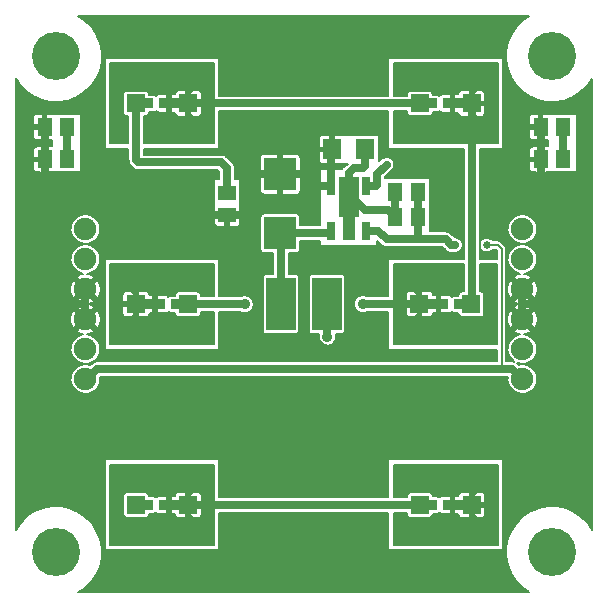
<source format=gtl>
G04 (created by PCBNEW-RS274X (2012-jan-04)-stable) date Mon 29 Oct 2012 09:14:22 AM CET*
G01*
G70*
G90*
%MOIN*%
G04 Gerber Fmt 3.4, Leading zero omitted, Abs format*
%FSLAX34Y34*%
G04 APERTURE LIST*
%ADD10C,0.006000*%
%ADD11R,0.063000X0.061000*%
%ADD12R,0.025600X0.033900*%
%ADD13R,0.066900X0.033900*%
%ADD14R,0.027600X0.063000*%
%ADD15R,0.039400X0.086600*%
%ADD16R,0.070900X0.133900*%
%ADD17C,0.075000*%
%ADD18R,0.098400X0.177200*%
%ADD19C,0.160000*%
%ADD20R,0.059000X0.051100*%
%ADD21R,0.108300X0.108300*%
%ADD22R,0.051100X0.059000*%
%ADD23R,0.062900X0.070800*%
%ADD24C,0.025000*%
%ADD25C,0.035000*%
%ADD26C,0.028000*%
%ADD27C,0.008000*%
G04 APERTURE END LIST*
G54D10*
G54D11*
X30399Y-40551D03*
X28666Y-40551D03*
G54D12*
X29103Y-40551D03*
G54D13*
X29764Y-40551D03*
G54D14*
X35157Y-44804D03*
G54D15*
X35748Y-44686D03*
G54D14*
X36339Y-44804D03*
X36339Y-43308D03*
X35157Y-43308D03*
G54D16*
X35748Y-43662D03*
G54D17*
X41535Y-47744D03*
X41535Y-46744D03*
X41535Y-48744D03*
X41535Y-49744D03*
X41535Y-45744D03*
X41535Y-44744D03*
X26969Y-46744D03*
X26969Y-47744D03*
X26969Y-45744D03*
X26969Y-44744D03*
X26969Y-48744D03*
X26969Y-49744D03*
G54D18*
X33485Y-47244D03*
X35019Y-47244D03*
G54D19*
X25984Y-55512D03*
X42520Y-55512D03*
X42520Y-38976D03*
X25984Y-38976D03*
G54D20*
X31693Y-44272D03*
X31693Y-43524D03*
G54D11*
X28657Y-47244D03*
X30390Y-47244D03*
G54D12*
X29953Y-47244D03*
G54D13*
X29292Y-47244D03*
G54D11*
X38105Y-47244D03*
X39838Y-47244D03*
G54D12*
X39401Y-47244D03*
G54D13*
X38740Y-47244D03*
G54D11*
X30399Y-53937D03*
X28666Y-53937D03*
G54D12*
X29103Y-53937D03*
G54D13*
X29764Y-53937D03*
G54D11*
X39847Y-53937D03*
X38114Y-53937D03*
G54D12*
X38551Y-53937D03*
G54D13*
X39212Y-53937D03*
G54D11*
X39847Y-40551D03*
X38114Y-40551D03*
G54D12*
X38551Y-40551D03*
G54D13*
X39212Y-40551D03*
G54D21*
X33465Y-44882D03*
X33465Y-42914D03*
G54D22*
X25610Y-41339D03*
X26358Y-41339D03*
X25610Y-42421D03*
X26358Y-42421D03*
X42146Y-41339D03*
X42894Y-41339D03*
X42146Y-42421D03*
X42894Y-42421D03*
G54D23*
X35197Y-42087D03*
X36299Y-42087D03*
G54D22*
X38051Y-44331D03*
X37303Y-44331D03*
X38051Y-43504D03*
X37303Y-43504D03*
G54D24*
X31693Y-43524D03*
X37008Y-42598D03*
X28150Y-39764D03*
X29331Y-41339D03*
X30906Y-39764D03*
X28150Y-41339D03*
X30512Y-39764D03*
X30906Y-41339D03*
X30512Y-41339D03*
X29724Y-39764D03*
X29724Y-41339D03*
X30118Y-39764D03*
X30118Y-41339D03*
X28543Y-39764D03*
X29331Y-39764D03*
X28937Y-39764D03*
X39567Y-39764D03*
X38386Y-39764D03*
X39173Y-41339D03*
X37598Y-39764D03*
X38780Y-39764D03*
X39173Y-39764D03*
X37992Y-39764D03*
X37992Y-41339D03*
X40354Y-41339D03*
X40354Y-39764D03*
X37598Y-41339D03*
X38780Y-41339D03*
X38386Y-41339D03*
X39961Y-39764D03*
X39567Y-41339D03*
X37598Y-48031D03*
X37992Y-48031D03*
G54D25*
X32283Y-47244D03*
G54D24*
X37598Y-46457D03*
X40354Y-46457D03*
X39567Y-48031D03*
X39173Y-46457D03*
X37992Y-46457D03*
X38386Y-48031D03*
X39961Y-48031D03*
X40354Y-48031D03*
X38780Y-48031D03*
X39173Y-48031D03*
X38386Y-46457D03*
X38780Y-46457D03*
G54D25*
X36220Y-47244D03*
G54D24*
X28150Y-46457D03*
X29331Y-46457D03*
X30512Y-46457D03*
X30118Y-46457D03*
X30906Y-48031D03*
G54D25*
X28642Y-47244D03*
G54D24*
X30512Y-48031D03*
X30118Y-48031D03*
X30906Y-46457D03*
X28150Y-48031D03*
X29724Y-48031D03*
X28937Y-48031D03*
X28937Y-46457D03*
G54D25*
X28666Y-53937D03*
G54D24*
X28543Y-46457D03*
X29331Y-48031D03*
X29724Y-46457D03*
X28150Y-54724D03*
X29035Y-53150D03*
X30118Y-53150D03*
X28150Y-53150D03*
X30118Y-54724D03*
X30906Y-53150D03*
X30906Y-54724D03*
X28937Y-54724D03*
X28543Y-54724D03*
X29724Y-54724D03*
X29370Y-53150D03*
X29331Y-54724D03*
X29724Y-53150D03*
X30512Y-53150D03*
X30512Y-54724D03*
X37992Y-54724D03*
X40354Y-53150D03*
X39567Y-53150D03*
X38780Y-54724D03*
X37598Y-53150D03*
G54D25*
X39847Y-53937D03*
G54D24*
X38386Y-54724D03*
X39173Y-53150D03*
G54D25*
X35039Y-48327D03*
G54D24*
X39173Y-54724D03*
X37598Y-54724D03*
X37992Y-53150D03*
X40354Y-54724D03*
X39961Y-54724D03*
X38780Y-53150D03*
X38386Y-53150D03*
X39567Y-54724D03*
X40354Y-45276D03*
X39291Y-45276D03*
X26358Y-42421D03*
X35551Y-44174D03*
X35945Y-43780D03*
X35551Y-43780D03*
X35945Y-44174D03*
X42894Y-42421D03*
G54D26*
X31693Y-42717D02*
X31496Y-42520D01*
X28740Y-42520D02*
X29942Y-42520D01*
X36653Y-43308D02*
X36693Y-43268D01*
X36693Y-43268D02*
X36693Y-42913D01*
X36693Y-42913D02*
X37008Y-42598D01*
X31693Y-43524D02*
X31693Y-42717D01*
X28666Y-40551D02*
X29103Y-40551D01*
X29942Y-42520D02*
X30315Y-42520D01*
X28666Y-42446D02*
X28740Y-42520D01*
X28666Y-40551D02*
X28666Y-42446D01*
X36653Y-43308D02*
X36339Y-43308D01*
X31496Y-42520D02*
X30315Y-42520D01*
X30399Y-40551D02*
X38114Y-40551D01*
G54D27*
X29724Y-41339D02*
X29331Y-41339D01*
X30399Y-40271D02*
X30906Y-39764D01*
X30512Y-41339D02*
X30118Y-41339D01*
X30512Y-39764D02*
X30118Y-39764D01*
X30399Y-40832D02*
X30906Y-41339D01*
X30399Y-40551D02*
X30399Y-40271D01*
X30399Y-40551D02*
X30399Y-40832D01*
G54D26*
X38114Y-40551D02*
X38551Y-40551D01*
G54D27*
X28937Y-39764D02*
X28543Y-39764D01*
X29724Y-39764D02*
X29331Y-39764D01*
G54D26*
X39847Y-47235D02*
X39847Y-40551D01*
X39401Y-47244D02*
X39838Y-47244D01*
G54D27*
X39173Y-39764D02*
X38780Y-39764D01*
G54D26*
X39212Y-40551D02*
X39847Y-40551D01*
G54D27*
X38386Y-39764D02*
X37992Y-39764D01*
X39847Y-40832D02*
X40354Y-41339D01*
X39567Y-41339D02*
X39173Y-41339D01*
X39847Y-40271D02*
X40354Y-39764D01*
X37992Y-41339D02*
X37598Y-41339D01*
X39847Y-40551D02*
X39847Y-40271D01*
G54D26*
X39838Y-47244D02*
X39847Y-47235D01*
G54D27*
X38780Y-41339D02*
X38386Y-41339D01*
X39847Y-40551D02*
X39847Y-40832D01*
X39961Y-39764D02*
X39567Y-39764D01*
X37992Y-46457D02*
X38386Y-46457D01*
G54D26*
X30390Y-47244D02*
X32283Y-47244D01*
X29953Y-47244D02*
X30390Y-47244D01*
G54D27*
X38105Y-47244D02*
X38105Y-47524D01*
X38780Y-46457D02*
X39173Y-46457D01*
X39567Y-48031D02*
X39961Y-48031D01*
G54D26*
X38105Y-47244D02*
X38740Y-47244D01*
G54D27*
X37992Y-48031D02*
X38386Y-48031D01*
X38105Y-47244D02*
X38105Y-46964D01*
X38780Y-48031D02*
X39173Y-48031D01*
X38105Y-46964D02*
X37598Y-46457D01*
X38105Y-47524D02*
X37598Y-48031D01*
G54D26*
X36220Y-47244D02*
X38105Y-47244D01*
X29103Y-53937D02*
X28666Y-53937D01*
X28657Y-47244D02*
X29292Y-47244D01*
G54D27*
X28657Y-47244D02*
X28657Y-46964D01*
X28657Y-47244D02*
X28657Y-47524D01*
X30118Y-46457D02*
X30512Y-46457D01*
X28937Y-48031D02*
X29331Y-48031D01*
X30512Y-48031D02*
X30906Y-48031D01*
X29331Y-46457D02*
X29724Y-46457D01*
X28543Y-46457D02*
X28937Y-46457D01*
X29724Y-48031D02*
X30118Y-48031D01*
G54D26*
X28642Y-47244D02*
X28657Y-47244D01*
G54D27*
X28657Y-47524D02*
X28150Y-48031D01*
X28657Y-46964D02*
X28150Y-46457D01*
X30399Y-53657D02*
X30906Y-53150D01*
G54D26*
X30399Y-53937D02*
X38114Y-53937D01*
G54D27*
X28937Y-54724D02*
X28543Y-54724D01*
X30399Y-53937D02*
X30399Y-54217D01*
X30512Y-54724D02*
X30118Y-54724D01*
X29724Y-53150D02*
X29370Y-53150D01*
X30399Y-54217D02*
X30906Y-54724D01*
X29724Y-54724D02*
X29331Y-54724D01*
G54D26*
X29764Y-53937D02*
X30399Y-53937D01*
G54D27*
X30512Y-53150D02*
X30118Y-53150D01*
X30399Y-53937D02*
X30399Y-53657D01*
X29035Y-53150D02*
X28150Y-53150D01*
G54D26*
X38114Y-53937D02*
X38551Y-53937D01*
G54D27*
X38780Y-53150D02*
X38386Y-53150D01*
X37992Y-53150D02*
X37598Y-53150D01*
X39847Y-53937D02*
X39847Y-54217D01*
G54D26*
X35039Y-48327D02*
X35019Y-48307D01*
X35019Y-48307D02*
X35019Y-47244D01*
G54D27*
X39961Y-54724D02*
X39567Y-54724D01*
G54D26*
X39212Y-53937D02*
X39847Y-53937D01*
G54D27*
X39173Y-54724D02*
X38780Y-54724D01*
X39847Y-53937D02*
X39847Y-53657D01*
X38386Y-54724D02*
X37992Y-54724D01*
X39847Y-54217D02*
X40354Y-54724D01*
X39847Y-53657D02*
X40354Y-53150D01*
X39567Y-53150D02*
X39173Y-53150D01*
X40845Y-45570D02*
X40845Y-49409D01*
X40945Y-49409D02*
X40845Y-49409D01*
G54D26*
X38977Y-45079D02*
X38091Y-45079D01*
X39173Y-45275D02*
X38977Y-45079D01*
X39291Y-45276D02*
X39173Y-45275D01*
G54D27*
X40709Y-45276D02*
X40354Y-45276D01*
X40845Y-45412D02*
X40709Y-45276D01*
G54D26*
X37008Y-45079D02*
X36733Y-44804D01*
X36733Y-44804D02*
X36339Y-44804D01*
X38051Y-44331D02*
X38051Y-45079D01*
G54D27*
X40845Y-45570D02*
X40845Y-45412D01*
G54D26*
X38051Y-45079D02*
X38091Y-45079D01*
X41200Y-49409D02*
X41535Y-49744D01*
X27028Y-49744D02*
X27363Y-49409D01*
X26969Y-49744D02*
X27028Y-49744D01*
X27363Y-49409D02*
X40945Y-49409D01*
X40945Y-49409D02*
X41200Y-49409D01*
X38051Y-43504D02*
X38051Y-44331D01*
X38091Y-45079D02*
X37008Y-45079D01*
X33465Y-44882D02*
X35079Y-44882D01*
X35079Y-44882D02*
X35157Y-44804D01*
X33485Y-47244D02*
X33485Y-44902D01*
X33485Y-44902D02*
X33465Y-44882D01*
X37303Y-43504D02*
X37303Y-44331D01*
X35748Y-43662D02*
X35748Y-44686D01*
X35867Y-43662D02*
X36299Y-44094D01*
X35748Y-42875D02*
X35767Y-42875D01*
X35945Y-44174D02*
X35748Y-43977D01*
X36299Y-42638D02*
X36299Y-42087D01*
X35748Y-43662D02*
X35551Y-43780D01*
X36299Y-44094D02*
X37066Y-44094D01*
X35748Y-43977D02*
X35551Y-44174D01*
X35748Y-43662D02*
X35787Y-43662D01*
X35748Y-43662D02*
X35748Y-42875D01*
X26358Y-41339D02*
X26358Y-42421D01*
X37066Y-44094D02*
X37303Y-44331D01*
X35748Y-43662D02*
X35867Y-43662D01*
X35767Y-42875D02*
X35925Y-42717D01*
X35748Y-43662D02*
X35748Y-43977D01*
X35925Y-42717D02*
X36220Y-42717D01*
X36220Y-42717D02*
X36299Y-42638D01*
X35787Y-43662D02*
X35945Y-43780D01*
X42894Y-41339D02*
X42894Y-42421D01*
X29135Y-43898D02*
X25610Y-43898D01*
X33465Y-42914D02*
X32676Y-42914D01*
X32480Y-43110D02*
X32480Y-44094D01*
X32676Y-42914D02*
X32480Y-43110D01*
X26378Y-50984D02*
X26082Y-50984D01*
X25610Y-50512D02*
X26082Y-50984D01*
X29135Y-43898D02*
X29509Y-44272D01*
X31693Y-44272D02*
X29509Y-44272D01*
X26378Y-50984D02*
X42126Y-50984D01*
X41535Y-47244D02*
X41535Y-47744D01*
X32480Y-44094D02*
X32302Y-44272D01*
X32302Y-44272D02*
X31693Y-44272D01*
X42717Y-44685D02*
X42717Y-47244D01*
X42146Y-44114D02*
X42717Y-44685D01*
X25610Y-47244D02*
X25610Y-50512D01*
X25610Y-43898D02*
X25689Y-43898D01*
X25610Y-42421D02*
X25610Y-43898D01*
X25610Y-47244D02*
X25689Y-47244D01*
X42717Y-47638D02*
X42717Y-47244D01*
X33465Y-42914D02*
X34253Y-42914D01*
X35157Y-42875D02*
X35157Y-42127D01*
X35157Y-43308D02*
X35157Y-42875D01*
X35157Y-42127D02*
X35197Y-42087D01*
X26969Y-47244D02*
X26969Y-46744D01*
X26969Y-47744D02*
X26969Y-47244D01*
X41535Y-47244D02*
X42717Y-47244D01*
X25610Y-43898D02*
X25610Y-47244D01*
X41535Y-47244D02*
X41535Y-46744D01*
X26969Y-47244D02*
X25610Y-47244D01*
X34253Y-42914D02*
X34647Y-43308D01*
X34647Y-43308D02*
X35157Y-43308D01*
X42146Y-41339D02*
X42146Y-42421D01*
X25689Y-43898D02*
X25610Y-43898D01*
X42717Y-50393D02*
X42717Y-47638D01*
X42146Y-42421D02*
X42146Y-44114D01*
X42126Y-50984D02*
X42717Y-50393D01*
X25610Y-41339D02*
X25610Y-42421D01*
X25610Y-43898D02*
X25689Y-43898D01*
X25689Y-47244D02*
X25610Y-47244D01*
G54D10*
G36*
X43858Y-54763D02*
X43711Y-54541D01*
X43499Y-54328D01*
X43347Y-54225D01*
X43347Y-42855D01*
X43347Y-40905D01*
X42415Y-40905D01*
X42241Y-40904D01*
X42206Y-40939D01*
X42206Y-41239D01*
X42206Y-41279D01*
X42206Y-41399D01*
X42206Y-41439D01*
X42206Y-41739D01*
X42241Y-41774D01*
X42381Y-41773D01*
X42381Y-41986D01*
X42241Y-41986D01*
X42206Y-42021D01*
X42206Y-42321D01*
X42206Y-42361D01*
X42206Y-42481D01*
X42206Y-42521D01*
X42206Y-42821D01*
X42241Y-42856D01*
X42381Y-42855D01*
X42415Y-42855D01*
X43347Y-42855D01*
X43347Y-54225D01*
X43251Y-54161D01*
X42974Y-54044D01*
X42681Y-53984D01*
X42381Y-53982D01*
X42086Y-54038D01*
X42086Y-42821D01*
X42086Y-42481D01*
X42086Y-42361D01*
X42086Y-42021D01*
X42086Y-41739D01*
X42086Y-41399D01*
X42086Y-41279D01*
X42086Y-40939D01*
X42051Y-40904D01*
X41877Y-40905D01*
X41850Y-40910D01*
X41825Y-40921D01*
X41802Y-40936D01*
X41783Y-40955D01*
X41768Y-40978D01*
X41757Y-41003D01*
X41752Y-41030D01*
X41752Y-41057D01*
X41751Y-41244D01*
X41786Y-41279D01*
X42086Y-41279D01*
X42086Y-41399D01*
X41786Y-41399D01*
X41751Y-41434D01*
X41752Y-41621D01*
X41752Y-41648D01*
X41757Y-41675D01*
X41768Y-41700D01*
X41783Y-41723D01*
X41802Y-41742D01*
X41825Y-41757D01*
X41850Y-41768D01*
X41877Y-41773D01*
X42051Y-41774D01*
X42086Y-41739D01*
X42086Y-42021D01*
X42051Y-41986D01*
X41877Y-41987D01*
X41850Y-41992D01*
X41825Y-42003D01*
X41802Y-42018D01*
X41783Y-42037D01*
X41768Y-42060D01*
X41757Y-42085D01*
X41752Y-42112D01*
X41752Y-42139D01*
X41751Y-42326D01*
X41786Y-42361D01*
X42086Y-42361D01*
X42086Y-42481D01*
X41786Y-42481D01*
X41751Y-42516D01*
X41752Y-42703D01*
X41752Y-42730D01*
X41757Y-42757D01*
X41768Y-42782D01*
X41783Y-42805D01*
X41802Y-42824D01*
X41825Y-42839D01*
X41850Y-42850D01*
X41877Y-42855D01*
X42051Y-42856D01*
X42086Y-42821D01*
X42086Y-54038D01*
X42048Y-54053D01*
X42048Y-47706D01*
X42048Y-46706D01*
X42031Y-46607D01*
X42030Y-46604D01*
X42030Y-45696D01*
X42030Y-44696D01*
X42011Y-44601D01*
X41974Y-44511D01*
X41921Y-44430D01*
X41852Y-44361D01*
X41772Y-44307D01*
X41683Y-44269D01*
X41588Y-44249D01*
X41490Y-44249D01*
X41395Y-44267D01*
X41305Y-44303D01*
X41224Y-44356D01*
X41154Y-44424D01*
X41099Y-44504D01*
X41061Y-44593D01*
X41041Y-44688D01*
X41039Y-44785D01*
X41057Y-44881D01*
X41092Y-44971D01*
X41145Y-45052D01*
X41212Y-45122D01*
X41292Y-45178D01*
X41381Y-45217D01*
X41476Y-45238D01*
X41573Y-45240D01*
X41668Y-45223D01*
X41759Y-45188D01*
X41841Y-45136D01*
X41911Y-45069D01*
X41967Y-44990D01*
X42007Y-44901D01*
X42028Y-44807D01*
X42030Y-44696D01*
X42030Y-45696D01*
X42011Y-45601D01*
X41974Y-45511D01*
X41921Y-45430D01*
X41852Y-45361D01*
X41772Y-45307D01*
X41683Y-45269D01*
X41588Y-45249D01*
X41490Y-45249D01*
X41395Y-45267D01*
X41305Y-45303D01*
X41224Y-45356D01*
X41154Y-45424D01*
X41099Y-45504D01*
X41061Y-45593D01*
X41041Y-45688D01*
X41039Y-45785D01*
X41057Y-45881D01*
X41092Y-45971D01*
X41145Y-46052D01*
X41212Y-46122D01*
X41292Y-46178D01*
X41381Y-46217D01*
X41467Y-46236D01*
X41398Y-46248D01*
X41304Y-46284D01*
X41283Y-46296D01*
X41241Y-46365D01*
X41535Y-46659D01*
X41829Y-46365D01*
X41787Y-46296D01*
X41696Y-46255D01*
X41603Y-46234D01*
X41668Y-46223D01*
X41759Y-46188D01*
X41841Y-46136D01*
X41911Y-46069D01*
X41967Y-45990D01*
X42007Y-45901D01*
X42028Y-45807D01*
X42030Y-45696D01*
X42030Y-46604D01*
X41995Y-46513D01*
X41983Y-46492D01*
X41914Y-46450D01*
X41620Y-46744D01*
X41914Y-47038D01*
X41983Y-46996D01*
X42024Y-46905D01*
X42046Y-46806D01*
X42048Y-46706D01*
X42048Y-47706D01*
X42031Y-47607D01*
X41995Y-47513D01*
X41983Y-47492D01*
X41914Y-47450D01*
X41829Y-47535D01*
X41829Y-47365D01*
X41787Y-47296D01*
X41696Y-47255D01*
X41647Y-47244D01*
X41672Y-47240D01*
X41766Y-47204D01*
X41787Y-47192D01*
X41829Y-47123D01*
X41535Y-46829D01*
X41450Y-46914D01*
X41450Y-46744D01*
X41156Y-46450D01*
X41087Y-46492D01*
X41046Y-46583D01*
X41024Y-46682D01*
X41022Y-46782D01*
X41039Y-46881D01*
X41075Y-46975D01*
X41087Y-46996D01*
X41156Y-47038D01*
X41450Y-46744D01*
X41450Y-46914D01*
X41241Y-47123D01*
X41283Y-47192D01*
X41374Y-47233D01*
X41422Y-47243D01*
X41398Y-47248D01*
X41304Y-47284D01*
X41283Y-47296D01*
X41241Y-47365D01*
X41535Y-47659D01*
X41829Y-47365D01*
X41829Y-47535D01*
X41620Y-47744D01*
X41914Y-48038D01*
X41983Y-47996D01*
X42024Y-47905D01*
X42046Y-47806D01*
X42048Y-47706D01*
X42048Y-54053D01*
X42030Y-54060D01*
X42030Y-49696D01*
X42011Y-49601D01*
X41974Y-49511D01*
X41921Y-49430D01*
X41852Y-49361D01*
X41772Y-49307D01*
X41683Y-49269D01*
X41588Y-49249D01*
X41490Y-49249D01*
X41420Y-49262D01*
X41386Y-49227D01*
X41385Y-49226D01*
X41384Y-49225D01*
X41377Y-49219D01*
X41366Y-49210D01*
X41381Y-49217D01*
X41476Y-49238D01*
X41573Y-49240D01*
X41668Y-49223D01*
X41759Y-49188D01*
X41841Y-49136D01*
X41911Y-49069D01*
X41967Y-48990D01*
X42007Y-48901D01*
X42028Y-48807D01*
X42030Y-48696D01*
X42011Y-48601D01*
X41974Y-48511D01*
X41921Y-48430D01*
X41852Y-48361D01*
X41772Y-48307D01*
X41683Y-48269D01*
X41602Y-48251D01*
X41672Y-48240D01*
X41766Y-48204D01*
X41787Y-48192D01*
X41829Y-48123D01*
X41535Y-47829D01*
X41450Y-47914D01*
X41450Y-47744D01*
X41156Y-47450D01*
X41087Y-47492D01*
X41046Y-47583D01*
X41024Y-47682D01*
X41022Y-47782D01*
X41039Y-47881D01*
X41075Y-47975D01*
X41087Y-47996D01*
X41156Y-48038D01*
X41450Y-47744D01*
X41450Y-47914D01*
X41241Y-48123D01*
X41283Y-48192D01*
X41374Y-48233D01*
X41466Y-48253D01*
X41395Y-48267D01*
X41305Y-48303D01*
X41224Y-48356D01*
X41154Y-48424D01*
X41099Y-48504D01*
X41061Y-48593D01*
X41041Y-48688D01*
X41039Y-48785D01*
X41057Y-48881D01*
X41092Y-48971D01*
X41145Y-49052D01*
X41212Y-49122D01*
X41262Y-49157D01*
X41252Y-49154D01*
X41217Y-49150D01*
X41204Y-49149D01*
X41201Y-49149D01*
X41200Y-49149D01*
X41005Y-49149D01*
X41005Y-45572D01*
X41005Y-45570D01*
X41005Y-45413D01*
X41005Y-45412D01*
X41002Y-45382D01*
X41002Y-45381D01*
X40993Y-45352D01*
X40993Y-45351D01*
X40985Y-45337D01*
X40979Y-45324D01*
X40978Y-45323D01*
X40974Y-45319D01*
X40959Y-45300D01*
X40959Y-45299D01*
X40954Y-45295D01*
X40886Y-45227D01*
X40823Y-45164D01*
X40822Y-45163D01*
X40799Y-45144D01*
X40798Y-45143D01*
X40772Y-45129D01*
X40771Y-45128D01*
X40755Y-45123D01*
X40742Y-45119D01*
X40734Y-45118D01*
X40710Y-45115D01*
X40702Y-45116D01*
X40541Y-45116D01*
X40511Y-45086D01*
X40471Y-45059D01*
X40427Y-45041D01*
X40380Y-45031D01*
X40332Y-45031D01*
X40285Y-45040D01*
X40240Y-45058D01*
X40200Y-45084D01*
X40165Y-45118D01*
X40138Y-45157D01*
X40119Y-45202D01*
X40109Y-45249D01*
X40109Y-45297D01*
X40117Y-45344D01*
X40135Y-45389D01*
X40161Y-45429D01*
X40194Y-45463D01*
X40234Y-45491D01*
X40278Y-45510D01*
X40325Y-45520D01*
X40373Y-45521D01*
X40420Y-45513D01*
X40465Y-45496D01*
X40506Y-45470D01*
X40540Y-45437D01*
X40540Y-45436D01*
X40643Y-45436D01*
X40685Y-45478D01*
X40685Y-45568D01*
X40685Y-45570D01*
X40685Y-45728D01*
X40107Y-45728D01*
X40107Y-42068D01*
X40886Y-42068D01*
X40886Y-39035D01*
X37066Y-39035D01*
X37066Y-40291D01*
X31438Y-40291D01*
X31438Y-39035D01*
X27617Y-39035D01*
X27617Y-42068D01*
X28406Y-42068D01*
X28406Y-42443D01*
X28406Y-42446D01*
X28407Y-42458D01*
X28410Y-42494D01*
X28411Y-42497D01*
X28425Y-42543D01*
X28425Y-42544D01*
X28426Y-42545D01*
X28449Y-42590D01*
X28464Y-42608D01*
X28479Y-42627D01*
X28482Y-42630D01*
X28550Y-42697D01*
X28554Y-42702D01*
X28556Y-42703D01*
X28593Y-42735D01*
X28595Y-42736D01*
X28638Y-42759D01*
X28640Y-42759D01*
X28670Y-42769D01*
X28686Y-42774D01*
X28688Y-42775D01*
X28706Y-42776D01*
X28736Y-42780D01*
X28740Y-42780D01*
X29938Y-42780D01*
X29942Y-42780D01*
X30311Y-42780D01*
X30315Y-42780D01*
X31388Y-42780D01*
X31433Y-42824D01*
X31433Y-43070D01*
X31259Y-43070D01*
X31259Y-44003D01*
X31258Y-44177D01*
X31293Y-44212D01*
X31593Y-44212D01*
X31633Y-44212D01*
X31753Y-44212D01*
X31793Y-44212D01*
X32093Y-44212D01*
X32127Y-44178D01*
X32128Y-44177D01*
X32127Y-44036D01*
X32127Y-44003D01*
X32127Y-43070D01*
X31953Y-43070D01*
X31953Y-42719D01*
X31953Y-42717D01*
X31952Y-42709D01*
X31949Y-42668D01*
X31948Y-42666D01*
X31934Y-42620D01*
X31933Y-42618D01*
X31910Y-42573D01*
X31883Y-42542D01*
X31879Y-42536D01*
X31877Y-42534D01*
X31876Y-42533D01*
X31682Y-42338D01*
X31681Y-42337D01*
X31680Y-42336D01*
X31673Y-42330D01*
X31643Y-42305D01*
X31598Y-42281D01*
X31597Y-42280D01*
X31596Y-42280D01*
X31548Y-42265D01*
X31513Y-42261D01*
X31500Y-42260D01*
X31497Y-42260D01*
X31496Y-42260D01*
X31438Y-42260D01*
X30319Y-42260D01*
X30315Y-42260D01*
X29946Y-42260D01*
X29942Y-42260D01*
X28926Y-42260D01*
X28926Y-42068D01*
X31438Y-42068D01*
X31438Y-40811D01*
X37066Y-40811D01*
X37066Y-42068D01*
X39587Y-42068D01*
X39587Y-45728D01*
X39551Y-45728D01*
X39551Y-45280D01*
X39546Y-45229D01*
X39533Y-45181D01*
X39510Y-45136D01*
X39479Y-45096D01*
X39440Y-45062D01*
X39395Y-45038D01*
X39347Y-45023D01*
X39297Y-45016D01*
X39293Y-45016D01*
X39281Y-45015D01*
X39163Y-44897D01*
X39161Y-44895D01*
X39154Y-44889D01*
X39124Y-44864D01*
X39079Y-44840D01*
X39078Y-44839D01*
X39077Y-44839D01*
X39029Y-44824D01*
X38994Y-44820D01*
X38981Y-44819D01*
X38978Y-44819D01*
X38977Y-44819D01*
X38465Y-44819D01*
X38465Y-43031D01*
X36953Y-43031D01*
X36953Y-43021D01*
X37192Y-42782D01*
X37224Y-42743D01*
X37247Y-42698D01*
X37263Y-42650D01*
X37267Y-42599D01*
X37263Y-42548D01*
X37249Y-42500D01*
X37225Y-42455D01*
X37193Y-42416D01*
X37153Y-42383D01*
X37109Y-42359D01*
X37061Y-42344D01*
X37010Y-42338D01*
X36960Y-42342D01*
X36911Y-42357D01*
X36866Y-42381D01*
X36827Y-42412D01*
X36824Y-42414D01*
X36753Y-42485D01*
X36753Y-41594D01*
X35525Y-41594D01*
X35292Y-41593D01*
X35257Y-41628D01*
X35257Y-41987D01*
X35257Y-42027D01*
X35257Y-42147D01*
X35257Y-42187D01*
X35257Y-42546D01*
X35292Y-42581D01*
X35525Y-42580D01*
X35552Y-42575D01*
X35577Y-42564D01*
X35583Y-42560D01*
X35714Y-42560D01*
X35628Y-42645D01*
X35604Y-42658D01*
X35591Y-42669D01*
X35566Y-42689D01*
X35533Y-42728D01*
X35529Y-42735D01*
X35518Y-42755D01*
X35137Y-42755D01*
X35137Y-42546D01*
X35137Y-42147D01*
X35137Y-42027D01*
X35137Y-41628D01*
X35102Y-41593D01*
X34869Y-41594D01*
X34842Y-41599D01*
X34817Y-41610D01*
X34794Y-41625D01*
X34775Y-41644D01*
X34760Y-41667D01*
X34749Y-41692D01*
X34744Y-41719D01*
X34744Y-41746D01*
X34743Y-41992D01*
X34778Y-42027D01*
X35137Y-42027D01*
X35137Y-42147D01*
X34778Y-42147D01*
X34743Y-42182D01*
X34744Y-42428D01*
X34744Y-42455D01*
X34749Y-42482D01*
X34760Y-42507D01*
X34775Y-42530D01*
X34794Y-42549D01*
X34817Y-42564D01*
X34842Y-42575D01*
X34869Y-42580D01*
X35102Y-42581D01*
X35137Y-42546D01*
X35137Y-42755D01*
X34803Y-42755D01*
X34803Y-44622D01*
X34146Y-44622D01*
X34146Y-43009D01*
X34146Y-42819D01*
X34145Y-42359D01*
X34140Y-42332D01*
X34129Y-42307D01*
X34114Y-42284D01*
X34095Y-42265D01*
X34072Y-42250D01*
X34047Y-42239D01*
X34020Y-42234D01*
X33993Y-42234D01*
X33560Y-42233D01*
X33525Y-42268D01*
X33525Y-42854D01*
X34111Y-42854D01*
X34146Y-42819D01*
X34146Y-43009D01*
X34111Y-42974D01*
X33525Y-42974D01*
X33525Y-43560D01*
X33560Y-43595D01*
X33993Y-43594D01*
X34020Y-43594D01*
X34047Y-43589D01*
X34072Y-43578D01*
X34095Y-43563D01*
X34114Y-43544D01*
X34129Y-43521D01*
X34140Y-43496D01*
X34145Y-43469D01*
X34146Y-43009D01*
X34146Y-44622D01*
X34125Y-44622D01*
X34125Y-44329D01*
X34120Y-44306D01*
X34111Y-44285D01*
X34098Y-44265D01*
X34082Y-44249D01*
X34063Y-44236D01*
X34041Y-44227D01*
X34018Y-44222D01*
X33995Y-44222D01*
X33405Y-44222D01*
X33405Y-43560D01*
X33405Y-42974D01*
X33405Y-42854D01*
X33405Y-42268D01*
X33370Y-42233D01*
X32937Y-42234D01*
X32910Y-42234D01*
X32883Y-42239D01*
X32858Y-42250D01*
X32835Y-42265D01*
X32816Y-42284D01*
X32801Y-42307D01*
X32790Y-42332D01*
X32785Y-42359D01*
X32784Y-42819D01*
X32819Y-42854D01*
X33405Y-42854D01*
X33405Y-42974D01*
X32819Y-42974D01*
X32784Y-43009D01*
X32785Y-43469D01*
X32790Y-43496D01*
X32801Y-43521D01*
X32816Y-43544D01*
X32835Y-43563D01*
X32858Y-43578D01*
X32883Y-43589D01*
X32910Y-43594D01*
X32937Y-43594D01*
X33370Y-43595D01*
X33405Y-43560D01*
X33405Y-44222D01*
X32912Y-44222D01*
X32889Y-44227D01*
X32868Y-44236D01*
X32848Y-44249D01*
X32832Y-44265D01*
X32819Y-44284D01*
X32810Y-44306D01*
X32805Y-44329D01*
X32805Y-44352D01*
X32805Y-45435D01*
X32810Y-45458D01*
X32819Y-45479D01*
X32832Y-45499D01*
X32848Y-45515D01*
X32867Y-45528D01*
X32889Y-45537D01*
X32912Y-45542D01*
X32935Y-45542D01*
X33225Y-45542D01*
X33225Y-46239D01*
X32981Y-46239D01*
X32958Y-46244D01*
X32937Y-46253D01*
X32917Y-46266D01*
X32901Y-46282D01*
X32888Y-46301D01*
X32879Y-46323D01*
X32874Y-46346D01*
X32874Y-46369D01*
X32874Y-48142D01*
X32879Y-48165D01*
X32888Y-48186D01*
X32901Y-48206D01*
X32917Y-48222D01*
X32936Y-48235D01*
X32958Y-48244D01*
X32981Y-48249D01*
X33004Y-48249D01*
X33989Y-48249D01*
X34012Y-48244D01*
X34033Y-48235D01*
X34053Y-48222D01*
X34069Y-48206D01*
X34082Y-48187D01*
X34091Y-48165D01*
X34096Y-48142D01*
X34096Y-48119D01*
X34096Y-46346D01*
X34091Y-46323D01*
X34082Y-46302D01*
X34069Y-46282D01*
X34053Y-46266D01*
X34034Y-46253D01*
X34012Y-46244D01*
X33989Y-46239D01*
X33966Y-46239D01*
X33745Y-46239D01*
X33745Y-45542D01*
X34018Y-45542D01*
X34041Y-45537D01*
X34062Y-45528D01*
X34082Y-45515D01*
X34098Y-45499D01*
X34111Y-45480D01*
X34120Y-45458D01*
X34125Y-45435D01*
X34125Y-45412D01*
X34125Y-45142D01*
X34803Y-45142D01*
X34803Y-45316D01*
X36694Y-45316D01*
X36694Y-45132D01*
X36818Y-45256D01*
X36822Y-45261D01*
X36824Y-45262D01*
X36861Y-45294D01*
X36863Y-45295D01*
X36906Y-45318D01*
X36908Y-45318D01*
X36938Y-45328D01*
X36954Y-45333D01*
X36956Y-45334D01*
X36974Y-45335D01*
X37004Y-45339D01*
X37008Y-45339D01*
X38047Y-45339D01*
X38049Y-45339D01*
X38051Y-45339D01*
X38087Y-45339D01*
X38091Y-45339D01*
X38465Y-45339D01*
X38869Y-45339D01*
X38985Y-45455D01*
X38989Y-45459D01*
X38996Y-45464D01*
X39024Y-45489D01*
X39029Y-45491D01*
X39069Y-45513D01*
X39073Y-45515D01*
X39105Y-45525D01*
X39117Y-45529D01*
X39118Y-45529D01*
X39121Y-45530D01*
X39133Y-45530D01*
X39167Y-45535D01*
X39171Y-45535D01*
X39289Y-45536D01*
X39340Y-45531D01*
X39388Y-45517D01*
X39433Y-45494D01*
X39472Y-45462D01*
X39506Y-45423D01*
X39530Y-45379D01*
X39546Y-45330D01*
X39551Y-45280D01*
X39551Y-45728D01*
X38465Y-45728D01*
X37066Y-45728D01*
X37066Y-46984D01*
X36362Y-46984D01*
X36361Y-46983D01*
X36308Y-46961D01*
X36251Y-46949D01*
X36193Y-46949D01*
X36136Y-46960D01*
X36083Y-46981D01*
X36034Y-47013D01*
X35993Y-47054D01*
X35960Y-47101D01*
X35937Y-47154D01*
X35925Y-47211D01*
X35925Y-47269D01*
X35935Y-47326D01*
X35956Y-47380D01*
X35988Y-47428D01*
X36028Y-47470D01*
X36075Y-47503D01*
X36128Y-47526D01*
X36185Y-47538D01*
X36243Y-47540D01*
X36300Y-47529D01*
X36354Y-47509D01*
X36361Y-47504D01*
X37066Y-47504D01*
X37066Y-48760D01*
X40685Y-48760D01*
X40685Y-49149D01*
X35630Y-49149D01*
X35630Y-48142D01*
X35630Y-48119D01*
X35630Y-46346D01*
X35625Y-46323D01*
X35616Y-46302D01*
X35603Y-46282D01*
X35587Y-46266D01*
X35568Y-46253D01*
X35546Y-46244D01*
X35523Y-46239D01*
X35500Y-46239D01*
X34515Y-46239D01*
X34492Y-46244D01*
X34471Y-46253D01*
X34451Y-46266D01*
X34435Y-46282D01*
X34422Y-46301D01*
X34413Y-46323D01*
X34408Y-46346D01*
X34408Y-46369D01*
X34408Y-48142D01*
X34413Y-48165D01*
X34422Y-48186D01*
X34435Y-48206D01*
X34451Y-48222D01*
X34470Y-48235D01*
X34492Y-48244D01*
X34515Y-48249D01*
X34538Y-48249D01*
X34753Y-48249D01*
X34744Y-48294D01*
X34744Y-48352D01*
X34754Y-48409D01*
X34775Y-48463D01*
X34807Y-48511D01*
X34847Y-48553D01*
X34894Y-48586D01*
X34947Y-48609D01*
X35004Y-48621D01*
X35062Y-48623D01*
X35119Y-48612D01*
X35173Y-48592D01*
X35222Y-48561D01*
X35263Y-48521D01*
X35297Y-48473D01*
X35320Y-48420D01*
X35333Y-48364D01*
X35334Y-48298D01*
X35324Y-48249D01*
X35523Y-48249D01*
X35546Y-48244D01*
X35567Y-48235D01*
X35587Y-48222D01*
X35603Y-48206D01*
X35616Y-48187D01*
X35625Y-48165D01*
X35630Y-48142D01*
X35630Y-49149D01*
X32578Y-49149D01*
X32578Y-47215D01*
X32567Y-47158D01*
X32545Y-47105D01*
X32513Y-47057D01*
X32472Y-47016D01*
X32424Y-46983D01*
X32371Y-46961D01*
X32314Y-46949D01*
X32256Y-46949D01*
X32199Y-46960D01*
X32146Y-46981D01*
X32141Y-46984D01*
X32128Y-46984D01*
X32128Y-44367D01*
X32127Y-44366D01*
X32093Y-44332D01*
X31753Y-44332D01*
X31753Y-44632D01*
X31788Y-44667D01*
X31975Y-44666D01*
X32002Y-44666D01*
X32029Y-44661D01*
X32054Y-44650D01*
X32077Y-44635D01*
X32096Y-44616D01*
X32111Y-44593D01*
X32122Y-44568D01*
X32127Y-44541D01*
X32128Y-44367D01*
X32128Y-46984D01*
X32127Y-46984D01*
X31633Y-46984D01*
X31633Y-44632D01*
X31633Y-44332D01*
X31293Y-44332D01*
X31258Y-44367D01*
X31259Y-44541D01*
X31264Y-44568D01*
X31275Y-44593D01*
X31290Y-44616D01*
X31309Y-44635D01*
X31332Y-44650D01*
X31357Y-44661D01*
X31384Y-44666D01*
X31411Y-44666D01*
X31598Y-44667D01*
X31633Y-44632D01*
X31633Y-46984D01*
X31438Y-46984D01*
X31438Y-45728D01*
X27617Y-45728D01*
X27617Y-48760D01*
X31438Y-48760D01*
X31438Y-47504D01*
X32127Y-47504D01*
X32140Y-47504D01*
X32191Y-47526D01*
X32248Y-47538D01*
X32306Y-47540D01*
X32363Y-47529D01*
X32417Y-47509D01*
X32466Y-47478D01*
X32507Y-47438D01*
X32541Y-47390D01*
X32564Y-47337D01*
X32577Y-47281D01*
X32578Y-47215D01*
X32578Y-49149D01*
X32127Y-49149D01*
X31438Y-49149D01*
X27482Y-49149D01*
X27482Y-47706D01*
X27482Y-46706D01*
X27465Y-46607D01*
X27464Y-46604D01*
X27464Y-45696D01*
X27464Y-44696D01*
X27445Y-44601D01*
X27408Y-44511D01*
X27355Y-44430D01*
X27286Y-44361D01*
X27206Y-44307D01*
X27117Y-44269D01*
X27022Y-44249D01*
X26924Y-44249D01*
X26829Y-44267D01*
X26812Y-44273D01*
X26812Y-42855D01*
X26812Y-40905D01*
X25879Y-40905D01*
X25705Y-40904D01*
X25670Y-40939D01*
X25670Y-41239D01*
X25670Y-41279D01*
X25670Y-41399D01*
X25670Y-41439D01*
X25670Y-41739D01*
X25705Y-41774D01*
X25846Y-41773D01*
X25846Y-41986D01*
X25705Y-41986D01*
X25670Y-42021D01*
X25670Y-42321D01*
X25670Y-42361D01*
X25670Y-42481D01*
X25670Y-42521D01*
X25670Y-42821D01*
X25705Y-42856D01*
X25846Y-42855D01*
X25879Y-42855D01*
X26812Y-42855D01*
X26812Y-44273D01*
X26739Y-44303D01*
X26658Y-44356D01*
X26588Y-44424D01*
X26533Y-44504D01*
X26495Y-44593D01*
X26475Y-44688D01*
X26473Y-44785D01*
X26491Y-44881D01*
X26526Y-44971D01*
X26579Y-45052D01*
X26646Y-45122D01*
X26726Y-45178D01*
X26812Y-45215D01*
X26815Y-45217D01*
X26910Y-45238D01*
X27007Y-45240D01*
X27102Y-45223D01*
X27193Y-45188D01*
X27275Y-45136D01*
X27345Y-45069D01*
X27401Y-44990D01*
X27441Y-44901D01*
X27462Y-44807D01*
X27464Y-44696D01*
X27464Y-45696D01*
X27445Y-45601D01*
X27408Y-45511D01*
X27355Y-45430D01*
X27286Y-45361D01*
X27206Y-45307D01*
X27117Y-45269D01*
X27022Y-45249D01*
X26924Y-45249D01*
X26829Y-45267D01*
X26812Y-45273D01*
X26739Y-45303D01*
X26658Y-45356D01*
X26588Y-45424D01*
X26533Y-45504D01*
X26495Y-45593D01*
X26475Y-45688D01*
X26473Y-45785D01*
X26491Y-45881D01*
X26526Y-45971D01*
X26579Y-46052D01*
X26646Y-46122D01*
X26726Y-46178D01*
X26812Y-46215D01*
X26815Y-46217D01*
X26901Y-46236D01*
X26832Y-46248D01*
X26812Y-46255D01*
X26738Y-46284D01*
X26717Y-46296D01*
X26675Y-46365D01*
X26812Y-46502D01*
X26969Y-46659D01*
X27263Y-46365D01*
X27221Y-46296D01*
X27130Y-46255D01*
X27037Y-46234D01*
X27102Y-46223D01*
X27193Y-46188D01*
X27275Y-46136D01*
X27345Y-46069D01*
X27401Y-45990D01*
X27441Y-45901D01*
X27462Y-45807D01*
X27464Y-45696D01*
X27464Y-46604D01*
X27429Y-46513D01*
X27417Y-46492D01*
X27348Y-46450D01*
X27054Y-46744D01*
X27348Y-47038D01*
X27417Y-46996D01*
X27458Y-46905D01*
X27480Y-46806D01*
X27482Y-46706D01*
X27482Y-47706D01*
X27465Y-47607D01*
X27429Y-47513D01*
X27417Y-47492D01*
X27348Y-47450D01*
X27263Y-47535D01*
X27263Y-47365D01*
X27221Y-47296D01*
X27130Y-47255D01*
X27081Y-47244D01*
X27106Y-47240D01*
X27200Y-47204D01*
X27221Y-47192D01*
X27263Y-47123D01*
X26969Y-46829D01*
X26884Y-46914D01*
X26884Y-46744D01*
X26812Y-46672D01*
X26590Y-46450D01*
X26521Y-46492D01*
X26480Y-46583D01*
X26458Y-46682D01*
X26456Y-46782D01*
X26473Y-46881D01*
X26509Y-46975D01*
X26521Y-46996D01*
X26590Y-47038D01*
X26812Y-46816D01*
X26884Y-46744D01*
X26884Y-46914D01*
X26812Y-46986D01*
X26675Y-47123D01*
X26717Y-47192D01*
X26808Y-47233D01*
X26812Y-47233D01*
X26856Y-47243D01*
X26832Y-47248D01*
X26812Y-47255D01*
X26738Y-47284D01*
X26717Y-47296D01*
X26675Y-47365D01*
X26812Y-47502D01*
X26969Y-47659D01*
X27263Y-47365D01*
X27263Y-47535D01*
X27054Y-47744D01*
X27348Y-48038D01*
X27417Y-47996D01*
X27458Y-47905D01*
X27480Y-47806D01*
X27482Y-47706D01*
X27482Y-49149D01*
X27464Y-49149D01*
X27464Y-48696D01*
X27445Y-48601D01*
X27408Y-48511D01*
X27355Y-48430D01*
X27286Y-48361D01*
X27206Y-48307D01*
X27117Y-48269D01*
X27036Y-48251D01*
X27106Y-48240D01*
X27200Y-48204D01*
X27221Y-48192D01*
X27263Y-48123D01*
X26969Y-47829D01*
X26884Y-47914D01*
X26884Y-47744D01*
X26812Y-47672D01*
X26590Y-47450D01*
X26521Y-47492D01*
X26480Y-47583D01*
X26458Y-47682D01*
X26456Y-47782D01*
X26473Y-47881D01*
X26509Y-47975D01*
X26521Y-47996D01*
X26590Y-48038D01*
X26812Y-47816D01*
X26884Y-47744D01*
X26884Y-47914D01*
X26812Y-47986D01*
X26675Y-48123D01*
X26717Y-48192D01*
X26808Y-48233D01*
X26812Y-48233D01*
X26900Y-48253D01*
X26829Y-48267D01*
X26812Y-48273D01*
X26739Y-48303D01*
X26658Y-48356D01*
X26588Y-48424D01*
X26533Y-48504D01*
X26495Y-48593D01*
X26475Y-48688D01*
X26473Y-48785D01*
X26491Y-48881D01*
X26526Y-48971D01*
X26579Y-49052D01*
X26646Y-49122D01*
X26726Y-49178D01*
X26812Y-49215D01*
X26815Y-49217D01*
X26910Y-49238D01*
X27007Y-49240D01*
X27102Y-49223D01*
X27193Y-49188D01*
X27275Y-49136D01*
X27345Y-49069D01*
X27401Y-48990D01*
X27441Y-48901D01*
X27462Y-48807D01*
X27464Y-48696D01*
X27464Y-49149D01*
X27365Y-49149D01*
X27363Y-49149D01*
X27312Y-49154D01*
X27284Y-49162D01*
X27266Y-49168D01*
X27264Y-49168D01*
X27264Y-49169D01*
X27219Y-49192D01*
X27197Y-49210D01*
X27181Y-49223D01*
X27179Y-49226D01*
X27130Y-49274D01*
X27117Y-49269D01*
X27022Y-49249D01*
X26924Y-49249D01*
X26829Y-49267D01*
X26812Y-49273D01*
X26739Y-49303D01*
X26658Y-49356D01*
X26588Y-49424D01*
X26533Y-49504D01*
X26495Y-49593D01*
X26475Y-49688D01*
X26473Y-49785D01*
X26491Y-49881D01*
X26526Y-49971D01*
X26579Y-50052D01*
X26646Y-50122D01*
X26726Y-50178D01*
X26812Y-50215D01*
X26815Y-50217D01*
X26910Y-50238D01*
X27007Y-50240D01*
X27102Y-50223D01*
X27193Y-50188D01*
X27275Y-50136D01*
X27345Y-50069D01*
X27401Y-49990D01*
X27441Y-49901D01*
X27462Y-49807D01*
X27464Y-49696D01*
X27460Y-49678D01*
X27470Y-49669D01*
X31438Y-49669D01*
X32127Y-49669D01*
X40886Y-49669D01*
X40941Y-49669D01*
X40945Y-49669D01*
X41045Y-49669D01*
X41041Y-49688D01*
X41039Y-49785D01*
X41057Y-49881D01*
X41092Y-49971D01*
X41145Y-50052D01*
X41212Y-50122D01*
X41292Y-50178D01*
X41381Y-50217D01*
X41476Y-50238D01*
X41573Y-50240D01*
X41668Y-50223D01*
X41759Y-50188D01*
X41841Y-50136D01*
X41911Y-50069D01*
X41967Y-49990D01*
X42007Y-49901D01*
X42028Y-49807D01*
X42030Y-49696D01*
X42030Y-54060D01*
X41808Y-54151D01*
X41557Y-54315D01*
X41343Y-54525D01*
X41174Y-54772D01*
X41056Y-55048D01*
X40993Y-55341D01*
X40989Y-55641D01*
X41043Y-55936D01*
X41154Y-56214D01*
X41316Y-56466D01*
X41524Y-56682D01*
X41766Y-56850D01*
X40886Y-56850D01*
X40886Y-55453D01*
X40886Y-52421D01*
X37066Y-52421D01*
X37066Y-53677D01*
X32127Y-53677D01*
X31438Y-53677D01*
X31438Y-52421D01*
X27617Y-52421D01*
X27617Y-55453D01*
X31438Y-55453D01*
X31438Y-54197D01*
X32127Y-54197D01*
X37066Y-54197D01*
X37066Y-55453D01*
X40886Y-55453D01*
X40886Y-56850D01*
X32127Y-56850D01*
X31438Y-56850D01*
X26812Y-56850D01*
X26729Y-56850D01*
X26812Y-56797D01*
X26930Y-56723D01*
X27147Y-56516D01*
X27320Y-56271D01*
X27442Y-55997D01*
X27508Y-55704D01*
X27513Y-55362D01*
X27455Y-55068D01*
X27340Y-54791D01*
X27175Y-54541D01*
X26963Y-54328D01*
X26812Y-54226D01*
X26715Y-54161D01*
X26438Y-54044D01*
X26145Y-53984D01*
X25845Y-53982D01*
X25550Y-54038D01*
X25550Y-42821D01*
X25550Y-42481D01*
X25550Y-42361D01*
X25550Y-42021D01*
X25550Y-41739D01*
X25550Y-41399D01*
X25550Y-41279D01*
X25550Y-40939D01*
X25515Y-40904D01*
X25341Y-40905D01*
X25314Y-40910D01*
X25289Y-40921D01*
X25266Y-40936D01*
X25247Y-40955D01*
X25232Y-40978D01*
X25221Y-41003D01*
X25216Y-41030D01*
X25216Y-41057D01*
X25215Y-41244D01*
X25250Y-41279D01*
X25550Y-41279D01*
X25550Y-41399D01*
X25250Y-41399D01*
X25215Y-41434D01*
X25216Y-41621D01*
X25216Y-41648D01*
X25221Y-41675D01*
X25232Y-41700D01*
X25247Y-41723D01*
X25266Y-41742D01*
X25289Y-41757D01*
X25314Y-41768D01*
X25341Y-41773D01*
X25515Y-41774D01*
X25550Y-41739D01*
X25550Y-42021D01*
X25515Y-41986D01*
X25341Y-41987D01*
X25314Y-41992D01*
X25289Y-42003D01*
X25266Y-42018D01*
X25247Y-42037D01*
X25232Y-42060D01*
X25221Y-42085D01*
X25216Y-42112D01*
X25216Y-42139D01*
X25215Y-42326D01*
X25250Y-42361D01*
X25550Y-42361D01*
X25550Y-42481D01*
X25250Y-42481D01*
X25215Y-42516D01*
X25216Y-42703D01*
X25216Y-42730D01*
X25221Y-42757D01*
X25232Y-42782D01*
X25247Y-42805D01*
X25266Y-42824D01*
X25289Y-42839D01*
X25314Y-42850D01*
X25341Y-42855D01*
X25515Y-42856D01*
X25550Y-42821D01*
X25550Y-54038D01*
X25272Y-54151D01*
X25021Y-54315D01*
X24807Y-54525D01*
X24646Y-54760D01*
X24646Y-39721D01*
X24780Y-39930D01*
X24988Y-40146D01*
X25235Y-40317D01*
X25509Y-40437D01*
X25802Y-40502D01*
X26102Y-40508D01*
X26397Y-40456D01*
X26677Y-40347D01*
X26930Y-40187D01*
X27147Y-39980D01*
X27320Y-39735D01*
X27442Y-39461D01*
X27508Y-39168D01*
X27513Y-38826D01*
X27455Y-38532D01*
X27340Y-38255D01*
X27175Y-38005D01*
X26963Y-37792D01*
X26734Y-37638D01*
X41772Y-37638D01*
X41557Y-37779D01*
X41343Y-37989D01*
X41174Y-38236D01*
X41056Y-38512D01*
X40993Y-38805D01*
X40989Y-39105D01*
X41043Y-39400D01*
X41154Y-39678D01*
X41316Y-39930D01*
X41524Y-40146D01*
X41771Y-40317D01*
X42045Y-40437D01*
X42338Y-40502D01*
X42638Y-40508D01*
X42933Y-40456D01*
X43213Y-40347D01*
X43466Y-40187D01*
X43683Y-39980D01*
X43856Y-39735D01*
X43858Y-39730D01*
X43858Y-54763D01*
X43858Y-54763D01*
G37*
G54D27*
X43858Y-54763D02*
X43711Y-54541D01*
X43499Y-54328D01*
X43347Y-54225D01*
X43347Y-42855D01*
X43347Y-40905D01*
X42415Y-40905D01*
X42241Y-40904D01*
X42206Y-40939D01*
X42206Y-41239D01*
X42206Y-41279D01*
X42206Y-41399D01*
X42206Y-41439D01*
X42206Y-41739D01*
X42241Y-41774D01*
X42381Y-41773D01*
X42381Y-41986D01*
X42241Y-41986D01*
X42206Y-42021D01*
X42206Y-42321D01*
X42206Y-42361D01*
X42206Y-42481D01*
X42206Y-42521D01*
X42206Y-42821D01*
X42241Y-42856D01*
X42381Y-42855D01*
X42415Y-42855D01*
X43347Y-42855D01*
X43347Y-54225D01*
X43251Y-54161D01*
X42974Y-54044D01*
X42681Y-53984D01*
X42381Y-53982D01*
X42086Y-54038D01*
X42086Y-42821D01*
X42086Y-42481D01*
X42086Y-42361D01*
X42086Y-42021D01*
X42086Y-41739D01*
X42086Y-41399D01*
X42086Y-41279D01*
X42086Y-40939D01*
X42051Y-40904D01*
X41877Y-40905D01*
X41850Y-40910D01*
X41825Y-40921D01*
X41802Y-40936D01*
X41783Y-40955D01*
X41768Y-40978D01*
X41757Y-41003D01*
X41752Y-41030D01*
X41752Y-41057D01*
X41751Y-41244D01*
X41786Y-41279D01*
X42086Y-41279D01*
X42086Y-41399D01*
X41786Y-41399D01*
X41751Y-41434D01*
X41752Y-41621D01*
X41752Y-41648D01*
X41757Y-41675D01*
X41768Y-41700D01*
X41783Y-41723D01*
X41802Y-41742D01*
X41825Y-41757D01*
X41850Y-41768D01*
X41877Y-41773D01*
X42051Y-41774D01*
X42086Y-41739D01*
X42086Y-42021D01*
X42051Y-41986D01*
X41877Y-41987D01*
X41850Y-41992D01*
X41825Y-42003D01*
X41802Y-42018D01*
X41783Y-42037D01*
X41768Y-42060D01*
X41757Y-42085D01*
X41752Y-42112D01*
X41752Y-42139D01*
X41751Y-42326D01*
X41786Y-42361D01*
X42086Y-42361D01*
X42086Y-42481D01*
X41786Y-42481D01*
X41751Y-42516D01*
X41752Y-42703D01*
X41752Y-42730D01*
X41757Y-42757D01*
X41768Y-42782D01*
X41783Y-42805D01*
X41802Y-42824D01*
X41825Y-42839D01*
X41850Y-42850D01*
X41877Y-42855D01*
X42051Y-42856D01*
X42086Y-42821D01*
X42086Y-54038D01*
X42048Y-54053D01*
X42048Y-47706D01*
X42048Y-46706D01*
X42031Y-46607D01*
X42030Y-46604D01*
X42030Y-45696D01*
X42030Y-44696D01*
X42011Y-44601D01*
X41974Y-44511D01*
X41921Y-44430D01*
X41852Y-44361D01*
X41772Y-44307D01*
X41683Y-44269D01*
X41588Y-44249D01*
X41490Y-44249D01*
X41395Y-44267D01*
X41305Y-44303D01*
X41224Y-44356D01*
X41154Y-44424D01*
X41099Y-44504D01*
X41061Y-44593D01*
X41041Y-44688D01*
X41039Y-44785D01*
X41057Y-44881D01*
X41092Y-44971D01*
X41145Y-45052D01*
X41212Y-45122D01*
X41292Y-45178D01*
X41381Y-45217D01*
X41476Y-45238D01*
X41573Y-45240D01*
X41668Y-45223D01*
X41759Y-45188D01*
X41841Y-45136D01*
X41911Y-45069D01*
X41967Y-44990D01*
X42007Y-44901D01*
X42028Y-44807D01*
X42030Y-44696D01*
X42030Y-45696D01*
X42011Y-45601D01*
X41974Y-45511D01*
X41921Y-45430D01*
X41852Y-45361D01*
X41772Y-45307D01*
X41683Y-45269D01*
X41588Y-45249D01*
X41490Y-45249D01*
X41395Y-45267D01*
X41305Y-45303D01*
X41224Y-45356D01*
X41154Y-45424D01*
X41099Y-45504D01*
X41061Y-45593D01*
X41041Y-45688D01*
X41039Y-45785D01*
X41057Y-45881D01*
X41092Y-45971D01*
X41145Y-46052D01*
X41212Y-46122D01*
X41292Y-46178D01*
X41381Y-46217D01*
X41467Y-46236D01*
X41398Y-46248D01*
X41304Y-46284D01*
X41283Y-46296D01*
X41241Y-46365D01*
X41535Y-46659D01*
X41829Y-46365D01*
X41787Y-46296D01*
X41696Y-46255D01*
X41603Y-46234D01*
X41668Y-46223D01*
X41759Y-46188D01*
X41841Y-46136D01*
X41911Y-46069D01*
X41967Y-45990D01*
X42007Y-45901D01*
X42028Y-45807D01*
X42030Y-45696D01*
X42030Y-46604D01*
X41995Y-46513D01*
X41983Y-46492D01*
X41914Y-46450D01*
X41620Y-46744D01*
X41914Y-47038D01*
X41983Y-46996D01*
X42024Y-46905D01*
X42046Y-46806D01*
X42048Y-46706D01*
X42048Y-47706D01*
X42031Y-47607D01*
X41995Y-47513D01*
X41983Y-47492D01*
X41914Y-47450D01*
X41829Y-47535D01*
X41829Y-47365D01*
X41787Y-47296D01*
X41696Y-47255D01*
X41647Y-47244D01*
X41672Y-47240D01*
X41766Y-47204D01*
X41787Y-47192D01*
X41829Y-47123D01*
X41535Y-46829D01*
X41450Y-46914D01*
X41450Y-46744D01*
X41156Y-46450D01*
X41087Y-46492D01*
X41046Y-46583D01*
X41024Y-46682D01*
X41022Y-46782D01*
X41039Y-46881D01*
X41075Y-46975D01*
X41087Y-46996D01*
X41156Y-47038D01*
X41450Y-46744D01*
X41450Y-46914D01*
X41241Y-47123D01*
X41283Y-47192D01*
X41374Y-47233D01*
X41422Y-47243D01*
X41398Y-47248D01*
X41304Y-47284D01*
X41283Y-47296D01*
X41241Y-47365D01*
X41535Y-47659D01*
X41829Y-47365D01*
X41829Y-47535D01*
X41620Y-47744D01*
X41914Y-48038D01*
X41983Y-47996D01*
X42024Y-47905D01*
X42046Y-47806D01*
X42048Y-47706D01*
X42048Y-54053D01*
X42030Y-54060D01*
X42030Y-49696D01*
X42011Y-49601D01*
X41974Y-49511D01*
X41921Y-49430D01*
X41852Y-49361D01*
X41772Y-49307D01*
X41683Y-49269D01*
X41588Y-49249D01*
X41490Y-49249D01*
X41420Y-49262D01*
X41386Y-49227D01*
X41385Y-49226D01*
X41384Y-49225D01*
X41377Y-49219D01*
X41366Y-49210D01*
X41381Y-49217D01*
X41476Y-49238D01*
X41573Y-49240D01*
X41668Y-49223D01*
X41759Y-49188D01*
X41841Y-49136D01*
X41911Y-49069D01*
X41967Y-48990D01*
X42007Y-48901D01*
X42028Y-48807D01*
X42030Y-48696D01*
X42011Y-48601D01*
X41974Y-48511D01*
X41921Y-48430D01*
X41852Y-48361D01*
X41772Y-48307D01*
X41683Y-48269D01*
X41602Y-48251D01*
X41672Y-48240D01*
X41766Y-48204D01*
X41787Y-48192D01*
X41829Y-48123D01*
X41535Y-47829D01*
X41450Y-47914D01*
X41450Y-47744D01*
X41156Y-47450D01*
X41087Y-47492D01*
X41046Y-47583D01*
X41024Y-47682D01*
X41022Y-47782D01*
X41039Y-47881D01*
X41075Y-47975D01*
X41087Y-47996D01*
X41156Y-48038D01*
X41450Y-47744D01*
X41450Y-47914D01*
X41241Y-48123D01*
X41283Y-48192D01*
X41374Y-48233D01*
X41466Y-48253D01*
X41395Y-48267D01*
X41305Y-48303D01*
X41224Y-48356D01*
X41154Y-48424D01*
X41099Y-48504D01*
X41061Y-48593D01*
X41041Y-48688D01*
X41039Y-48785D01*
X41057Y-48881D01*
X41092Y-48971D01*
X41145Y-49052D01*
X41212Y-49122D01*
X41262Y-49157D01*
X41252Y-49154D01*
X41217Y-49150D01*
X41204Y-49149D01*
X41201Y-49149D01*
X41200Y-49149D01*
X41005Y-49149D01*
X41005Y-45572D01*
X41005Y-45570D01*
X41005Y-45413D01*
X41005Y-45412D01*
X41002Y-45382D01*
X41002Y-45381D01*
X40993Y-45352D01*
X40993Y-45351D01*
X40985Y-45337D01*
X40979Y-45324D01*
X40978Y-45323D01*
X40974Y-45319D01*
X40959Y-45300D01*
X40959Y-45299D01*
X40954Y-45295D01*
X40886Y-45227D01*
X40823Y-45164D01*
X40822Y-45163D01*
X40799Y-45144D01*
X40798Y-45143D01*
X40772Y-45129D01*
X40771Y-45128D01*
X40755Y-45123D01*
X40742Y-45119D01*
X40734Y-45118D01*
X40710Y-45115D01*
X40702Y-45116D01*
X40541Y-45116D01*
X40511Y-45086D01*
X40471Y-45059D01*
X40427Y-45041D01*
X40380Y-45031D01*
X40332Y-45031D01*
X40285Y-45040D01*
X40240Y-45058D01*
X40200Y-45084D01*
X40165Y-45118D01*
X40138Y-45157D01*
X40119Y-45202D01*
X40109Y-45249D01*
X40109Y-45297D01*
X40117Y-45344D01*
X40135Y-45389D01*
X40161Y-45429D01*
X40194Y-45463D01*
X40234Y-45491D01*
X40278Y-45510D01*
X40325Y-45520D01*
X40373Y-45521D01*
X40420Y-45513D01*
X40465Y-45496D01*
X40506Y-45470D01*
X40540Y-45437D01*
X40540Y-45436D01*
X40643Y-45436D01*
X40685Y-45478D01*
X40685Y-45568D01*
X40685Y-45570D01*
X40685Y-45728D01*
X40107Y-45728D01*
X40107Y-42068D01*
X40886Y-42068D01*
X40886Y-39035D01*
X37066Y-39035D01*
X37066Y-40291D01*
X31438Y-40291D01*
X31438Y-39035D01*
X27617Y-39035D01*
X27617Y-42068D01*
X28406Y-42068D01*
X28406Y-42443D01*
X28406Y-42446D01*
X28407Y-42458D01*
X28410Y-42494D01*
X28411Y-42497D01*
X28425Y-42543D01*
X28425Y-42544D01*
X28426Y-42545D01*
X28449Y-42590D01*
X28464Y-42608D01*
X28479Y-42627D01*
X28482Y-42630D01*
X28550Y-42697D01*
X28554Y-42702D01*
X28556Y-42703D01*
X28593Y-42735D01*
X28595Y-42736D01*
X28638Y-42759D01*
X28640Y-42759D01*
X28670Y-42769D01*
X28686Y-42774D01*
X28688Y-42775D01*
X28706Y-42776D01*
X28736Y-42780D01*
X28740Y-42780D01*
X29938Y-42780D01*
X29942Y-42780D01*
X30311Y-42780D01*
X30315Y-42780D01*
X31388Y-42780D01*
X31433Y-42824D01*
X31433Y-43070D01*
X31259Y-43070D01*
X31259Y-44003D01*
X31258Y-44177D01*
X31293Y-44212D01*
X31593Y-44212D01*
X31633Y-44212D01*
X31753Y-44212D01*
X31793Y-44212D01*
X32093Y-44212D01*
X32127Y-44178D01*
X32128Y-44177D01*
X32127Y-44036D01*
X32127Y-44003D01*
X32127Y-43070D01*
X31953Y-43070D01*
X31953Y-42719D01*
X31953Y-42717D01*
X31952Y-42709D01*
X31949Y-42668D01*
X31948Y-42666D01*
X31934Y-42620D01*
X31933Y-42618D01*
X31910Y-42573D01*
X31883Y-42542D01*
X31879Y-42536D01*
X31877Y-42534D01*
X31876Y-42533D01*
X31682Y-42338D01*
X31681Y-42337D01*
X31680Y-42336D01*
X31673Y-42330D01*
X31643Y-42305D01*
X31598Y-42281D01*
X31597Y-42280D01*
X31596Y-42280D01*
X31548Y-42265D01*
X31513Y-42261D01*
X31500Y-42260D01*
X31497Y-42260D01*
X31496Y-42260D01*
X31438Y-42260D01*
X30319Y-42260D01*
X30315Y-42260D01*
X29946Y-42260D01*
X29942Y-42260D01*
X28926Y-42260D01*
X28926Y-42068D01*
X31438Y-42068D01*
X31438Y-40811D01*
X37066Y-40811D01*
X37066Y-42068D01*
X39587Y-42068D01*
X39587Y-45728D01*
X39551Y-45728D01*
X39551Y-45280D01*
X39546Y-45229D01*
X39533Y-45181D01*
X39510Y-45136D01*
X39479Y-45096D01*
X39440Y-45062D01*
X39395Y-45038D01*
X39347Y-45023D01*
X39297Y-45016D01*
X39293Y-45016D01*
X39281Y-45015D01*
X39163Y-44897D01*
X39161Y-44895D01*
X39154Y-44889D01*
X39124Y-44864D01*
X39079Y-44840D01*
X39078Y-44839D01*
X39077Y-44839D01*
X39029Y-44824D01*
X38994Y-44820D01*
X38981Y-44819D01*
X38978Y-44819D01*
X38977Y-44819D01*
X38465Y-44819D01*
X38465Y-43031D01*
X36953Y-43031D01*
X36953Y-43021D01*
X37192Y-42782D01*
X37224Y-42743D01*
X37247Y-42698D01*
X37263Y-42650D01*
X37267Y-42599D01*
X37263Y-42548D01*
X37249Y-42500D01*
X37225Y-42455D01*
X37193Y-42416D01*
X37153Y-42383D01*
X37109Y-42359D01*
X37061Y-42344D01*
X37010Y-42338D01*
X36960Y-42342D01*
X36911Y-42357D01*
X36866Y-42381D01*
X36827Y-42412D01*
X36824Y-42414D01*
X36753Y-42485D01*
X36753Y-41594D01*
X35525Y-41594D01*
X35292Y-41593D01*
X35257Y-41628D01*
X35257Y-41987D01*
X35257Y-42027D01*
X35257Y-42147D01*
X35257Y-42187D01*
X35257Y-42546D01*
X35292Y-42581D01*
X35525Y-42580D01*
X35552Y-42575D01*
X35577Y-42564D01*
X35583Y-42560D01*
X35714Y-42560D01*
X35628Y-42645D01*
X35604Y-42658D01*
X35591Y-42669D01*
X35566Y-42689D01*
X35533Y-42728D01*
X35529Y-42735D01*
X35518Y-42755D01*
X35137Y-42755D01*
X35137Y-42546D01*
X35137Y-42147D01*
X35137Y-42027D01*
X35137Y-41628D01*
X35102Y-41593D01*
X34869Y-41594D01*
X34842Y-41599D01*
X34817Y-41610D01*
X34794Y-41625D01*
X34775Y-41644D01*
X34760Y-41667D01*
X34749Y-41692D01*
X34744Y-41719D01*
X34744Y-41746D01*
X34743Y-41992D01*
X34778Y-42027D01*
X35137Y-42027D01*
X35137Y-42147D01*
X34778Y-42147D01*
X34743Y-42182D01*
X34744Y-42428D01*
X34744Y-42455D01*
X34749Y-42482D01*
X34760Y-42507D01*
X34775Y-42530D01*
X34794Y-42549D01*
X34817Y-42564D01*
X34842Y-42575D01*
X34869Y-42580D01*
X35102Y-42581D01*
X35137Y-42546D01*
X35137Y-42755D01*
X34803Y-42755D01*
X34803Y-44622D01*
X34146Y-44622D01*
X34146Y-43009D01*
X34146Y-42819D01*
X34145Y-42359D01*
X34140Y-42332D01*
X34129Y-42307D01*
X34114Y-42284D01*
X34095Y-42265D01*
X34072Y-42250D01*
X34047Y-42239D01*
X34020Y-42234D01*
X33993Y-42234D01*
X33560Y-42233D01*
X33525Y-42268D01*
X33525Y-42854D01*
X34111Y-42854D01*
X34146Y-42819D01*
X34146Y-43009D01*
X34111Y-42974D01*
X33525Y-42974D01*
X33525Y-43560D01*
X33560Y-43595D01*
X33993Y-43594D01*
X34020Y-43594D01*
X34047Y-43589D01*
X34072Y-43578D01*
X34095Y-43563D01*
X34114Y-43544D01*
X34129Y-43521D01*
X34140Y-43496D01*
X34145Y-43469D01*
X34146Y-43009D01*
X34146Y-44622D01*
X34125Y-44622D01*
X34125Y-44329D01*
X34120Y-44306D01*
X34111Y-44285D01*
X34098Y-44265D01*
X34082Y-44249D01*
X34063Y-44236D01*
X34041Y-44227D01*
X34018Y-44222D01*
X33995Y-44222D01*
X33405Y-44222D01*
X33405Y-43560D01*
X33405Y-42974D01*
X33405Y-42854D01*
X33405Y-42268D01*
X33370Y-42233D01*
X32937Y-42234D01*
X32910Y-42234D01*
X32883Y-42239D01*
X32858Y-42250D01*
X32835Y-42265D01*
X32816Y-42284D01*
X32801Y-42307D01*
X32790Y-42332D01*
X32785Y-42359D01*
X32784Y-42819D01*
X32819Y-42854D01*
X33405Y-42854D01*
X33405Y-42974D01*
X32819Y-42974D01*
X32784Y-43009D01*
X32785Y-43469D01*
X32790Y-43496D01*
X32801Y-43521D01*
X32816Y-43544D01*
X32835Y-43563D01*
X32858Y-43578D01*
X32883Y-43589D01*
X32910Y-43594D01*
X32937Y-43594D01*
X33370Y-43595D01*
X33405Y-43560D01*
X33405Y-44222D01*
X32912Y-44222D01*
X32889Y-44227D01*
X32868Y-44236D01*
X32848Y-44249D01*
X32832Y-44265D01*
X32819Y-44284D01*
X32810Y-44306D01*
X32805Y-44329D01*
X32805Y-44352D01*
X32805Y-45435D01*
X32810Y-45458D01*
X32819Y-45479D01*
X32832Y-45499D01*
X32848Y-45515D01*
X32867Y-45528D01*
X32889Y-45537D01*
X32912Y-45542D01*
X32935Y-45542D01*
X33225Y-45542D01*
X33225Y-46239D01*
X32981Y-46239D01*
X32958Y-46244D01*
X32937Y-46253D01*
X32917Y-46266D01*
X32901Y-46282D01*
X32888Y-46301D01*
X32879Y-46323D01*
X32874Y-46346D01*
X32874Y-46369D01*
X32874Y-48142D01*
X32879Y-48165D01*
X32888Y-48186D01*
X32901Y-48206D01*
X32917Y-48222D01*
X32936Y-48235D01*
X32958Y-48244D01*
X32981Y-48249D01*
X33004Y-48249D01*
X33989Y-48249D01*
X34012Y-48244D01*
X34033Y-48235D01*
X34053Y-48222D01*
X34069Y-48206D01*
X34082Y-48187D01*
X34091Y-48165D01*
X34096Y-48142D01*
X34096Y-48119D01*
X34096Y-46346D01*
X34091Y-46323D01*
X34082Y-46302D01*
X34069Y-46282D01*
X34053Y-46266D01*
X34034Y-46253D01*
X34012Y-46244D01*
X33989Y-46239D01*
X33966Y-46239D01*
X33745Y-46239D01*
X33745Y-45542D01*
X34018Y-45542D01*
X34041Y-45537D01*
X34062Y-45528D01*
X34082Y-45515D01*
X34098Y-45499D01*
X34111Y-45480D01*
X34120Y-45458D01*
X34125Y-45435D01*
X34125Y-45412D01*
X34125Y-45142D01*
X34803Y-45142D01*
X34803Y-45316D01*
X36694Y-45316D01*
X36694Y-45132D01*
X36818Y-45256D01*
X36822Y-45261D01*
X36824Y-45262D01*
X36861Y-45294D01*
X36863Y-45295D01*
X36906Y-45318D01*
X36908Y-45318D01*
X36938Y-45328D01*
X36954Y-45333D01*
X36956Y-45334D01*
X36974Y-45335D01*
X37004Y-45339D01*
X37008Y-45339D01*
X38047Y-45339D01*
X38049Y-45339D01*
X38051Y-45339D01*
X38087Y-45339D01*
X38091Y-45339D01*
X38465Y-45339D01*
X38869Y-45339D01*
X38985Y-45455D01*
X38989Y-45459D01*
X38996Y-45464D01*
X39024Y-45489D01*
X39029Y-45491D01*
X39069Y-45513D01*
X39073Y-45515D01*
X39105Y-45525D01*
X39117Y-45529D01*
X39118Y-45529D01*
X39121Y-45530D01*
X39133Y-45530D01*
X39167Y-45535D01*
X39171Y-45535D01*
X39289Y-45536D01*
X39340Y-45531D01*
X39388Y-45517D01*
X39433Y-45494D01*
X39472Y-45462D01*
X39506Y-45423D01*
X39530Y-45379D01*
X39546Y-45330D01*
X39551Y-45280D01*
X39551Y-45728D01*
X38465Y-45728D01*
X37066Y-45728D01*
X37066Y-46984D01*
X36362Y-46984D01*
X36361Y-46983D01*
X36308Y-46961D01*
X36251Y-46949D01*
X36193Y-46949D01*
X36136Y-46960D01*
X36083Y-46981D01*
X36034Y-47013D01*
X35993Y-47054D01*
X35960Y-47101D01*
X35937Y-47154D01*
X35925Y-47211D01*
X35925Y-47269D01*
X35935Y-47326D01*
X35956Y-47380D01*
X35988Y-47428D01*
X36028Y-47470D01*
X36075Y-47503D01*
X36128Y-47526D01*
X36185Y-47538D01*
X36243Y-47540D01*
X36300Y-47529D01*
X36354Y-47509D01*
X36361Y-47504D01*
X37066Y-47504D01*
X37066Y-48760D01*
X40685Y-48760D01*
X40685Y-49149D01*
X35630Y-49149D01*
X35630Y-48142D01*
X35630Y-48119D01*
X35630Y-46346D01*
X35625Y-46323D01*
X35616Y-46302D01*
X35603Y-46282D01*
X35587Y-46266D01*
X35568Y-46253D01*
X35546Y-46244D01*
X35523Y-46239D01*
X35500Y-46239D01*
X34515Y-46239D01*
X34492Y-46244D01*
X34471Y-46253D01*
X34451Y-46266D01*
X34435Y-46282D01*
X34422Y-46301D01*
X34413Y-46323D01*
X34408Y-46346D01*
X34408Y-46369D01*
X34408Y-48142D01*
X34413Y-48165D01*
X34422Y-48186D01*
X34435Y-48206D01*
X34451Y-48222D01*
X34470Y-48235D01*
X34492Y-48244D01*
X34515Y-48249D01*
X34538Y-48249D01*
X34753Y-48249D01*
X34744Y-48294D01*
X34744Y-48352D01*
X34754Y-48409D01*
X34775Y-48463D01*
X34807Y-48511D01*
X34847Y-48553D01*
X34894Y-48586D01*
X34947Y-48609D01*
X35004Y-48621D01*
X35062Y-48623D01*
X35119Y-48612D01*
X35173Y-48592D01*
X35222Y-48561D01*
X35263Y-48521D01*
X35297Y-48473D01*
X35320Y-48420D01*
X35333Y-48364D01*
X35334Y-48298D01*
X35324Y-48249D01*
X35523Y-48249D01*
X35546Y-48244D01*
X35567Y-48235D01*
X35587Y-48222D01*
X35603Y-48206D01*
X35616Y-48187D01*
X35625Y-48165D01*
X35630Y-48142D01*
X35630Y-49149D01*
X32578Y-49149D01*
X32578Y-47215D01*
X32567Y-47158D01*
X32545Y-47105D01*
X32513Y-47057D01*
X32472Y-47016D01*
X32424Y-46983D01*
X32371Y-46961D01*
X32314Y-46949D01*
X32256Y-46949D01*
X32199Y-46960D01*
X32146Y-46981D01*
X32141Y-46984D01*
X32128Y-46984D01*
X32128Y-44367D01*
X32127Y-44366D01*
X32093Y-44332D01*
X31753Y-44332D01*
X31753Y-44632D01*
X31788Y-44667D01*
X31975Y-44666D01*
X32002Y-44666D01*
X32029Y-44661D01*
X32054Y-44650D01*
X32077Y-44635D01*
X32096Y-44616D01*
X32111Y-44593D01*
X32122Y-44568D01*
X32127Y-44541D01*
X32128Y-44367D01*
X32128Y-46984D01*
X32127Y-46984D01*
X31633Y-46984D01*
X31633Y-44632D01*
X31633Y-44332D01*
X31293Y-44332D01*
X31258Y-44367D01*
X31259Y-44541D01*
X31264Y-44568D01*
X31275Y-44593D01*
X31290Y-44616D01*
X31309Y-44635D01*
X31332Y-44650D01*
X31357Y-44661D01*
X31384Y-44666D01*
X31411Y-44666D01*
X31598Y-44667D01*
X31633Y-44632D01*
X31633Y-46984D01*
X31438Y-46984D01*
X31438Y-45728D01*
X27617Y-45728D01*
X27617Y-48760D01*
X31438Y-48760D01*
X31438Y-47504D01*
X32127Y-47504D01*
X32140Y-47504D01*
X32191Y-47526D01*
X32248Y-47538D01*
X32306Y-47540D01*
X32363Y-47529D01*
X32417Y-47509D01*
X32466Y-47478D01*
X32507Y-47438D01*
X32541Y-47390D01*
X32564Y-47337D01*
X32577Y-47281D01*
X32578Y-47215D01*
X32578Y-49149D01*
X32127Y-49149D01*
X31438Y-49149D01*
X27482Y-49149D01*
X27482Y-47706D01*
X27482Y-46706D01*
X27465Y-46607D01*
X27464Y-46604D01*
X27464Y-45696D01*
X27464Y-44696D01*
X27445Y-44601D01*
X27408Y-44511D01*
X27355Y-44430D01*
X27286Y-44361D01*
X27206Y-44307D01*
X27117Y-44269D01*
X27022Y-44249D01*
X26924Y-44249D01*
X26829Y-44267D01*
X26812Y-44273D01*
X26812Y-42855D01*
X26812Y-40905D01*
X25879Y-40905D01*
X25705Y-40904D01*
X25670Y-40939D01*
X25670Y-41239D01*
X25670Y-41279D01*
X25670Y-41399D01*
X25670Y-41439D01*
X25670Y-41739D01*
X25705Y-41774D01*
X25846Y-41773D01*
X25846Y-41986D01*
X25705Y-41986D01*
X25670Y-42021D01*
X25670Y-42321D01*
X25670Y-42361D01*
X25670Y-42481D01*
X25670Y-42521D01*
X25670Y-42821D01*
X25705Y-42856D01*
X25846Y-42855D01*
X25879Y-42855D01*
X26812Y-42855D01*
X26812Y-44273D01*
X26739Y-44303D01*
X26658Y-44356D01*
X26588Y-44424D01*
X26533Y-44504D01*
X26495Y-44593D01*
X26475Y-44688D01*
X26473Y-44785D01*
X26491Y-44881D01*
X26526Y-44971D01*
X26579Y-45052D01*
X26646Y-45122D01*
X26726Y-45178D01*
X26812Y-45215D01*
X26815Y-45217D01*
X26910Y-45238D01*
X27007Y-45240D01*
X27102Y-45223D01*
X27193Y-45188D01*
X27275Y-45136D01*
X27345Y-45069D01*
X27401Y-44990D01*
X27441Y-44901D01*
X27462Y-44807D01*
X27464Y-44696D01*
X27464Y-45696D01*
X27445Y-45601D01*
X27408Y-45511D01*
X27355Y-45430D01*
X27286Y-45361D01*
X27206Y-45307D01*
X27117Y-45269D01*
X27022Y-45249D01*
X26924Y-45249D01*
X26829Y-45267D01*
X26812Y-45273D01*
X26739Y-45303D01*
X26658Y-45356D01*
X26588Y-45424D01*
X26533Y-45504D01*
X26495Y-45593D01*
X26475Y-45688D01*
X26473Y-45785D01*
X26491Y-45881D01*
X26526Y-45971D01*
X26579Y-46052D01*
X26646Y-46122D01*
X26726Y-46178D01*
X26812Y-46215D01*
X26815Y-46217D01*
X26901Y-46236D01*
X26832Y-46248D01*
X26812Y-46255D01*
X26738Y-46284D01*
X26717Y-46296D01*
X26675Y-46365D01*
X26812Y-46502D01*
X26969Y-46659D01*
X27263Y-46365D01*
X27221Y-46296D01*
X27130Y-46255D01*
X27037Y-46234D01*
X27102Y-46223D01*
X27193Y-46188D01*
X27275Y-46136D01*
X27345Y-46069D01*
X27401Y-45990D01*
X27441Y-45901D01*
X27462Y-45807D01*
X27464Y-45696D01*
X27464Y-46604D01*
X27429Y-46513D01*
X27417Y-46492D01*
X27348Y-46450D01*
X27054Y-46744D01*
X27348Y-47038D01*
X27417Y-46996D01*
X27458Y-46905D01*
X27480Y-46806D01*
X27482Y-46706D01*
X27482Y-47706D01*
X27465Y-47607D01*
X27429Y-47513D01*
X27417Y-47492D01*
X27348Y-47450D01*
X27263Y-47535D01*
X27263Y-47365D01*
X27221Y-47296D01*
X27130Y-47255D01*
X27081Y-47244D01*
X27106Y-47240D01*
X27200Y-47204D01*
X27221Y-47192D01*
X27263Y-47123D01*
X26969Y-46829D01*
X26884Y-46914D01*
X26884Y-46744D01*
X26812Y-46672D01*
X26590Y-46450D01*
X26521Y-46492D01*
X26480Y-46583D01*
X26458Y-46682D01*
X26456Y-46782D01*
X26473Y-46881D01*
X26509Y-46975D01*
X26521Y-46996D01*
X26590Y-47038D01*
X26812Y-46816D01*
X26884Y-46744D01*
X26884Y-46914D01*
X26812Y-46986D01*
X26675Y-47123D01*
X26717Y-47192D01*
X26808Y-47233D01*
X26812Y-47233D01*
X26856Y-47243D01*
X26832Y-47248D01*
X26812Y-47255D01*
X26738Y-47284D01*
X26717Y-47296D01*
X26675Y-47365D01*
X26812Y-47502D01*
X26969Y-47659D01*
X27263Y-47365D01*
X27263Y-47535D01*
X27054Y-47744D01*
X27348Y-48038D01*
X27417Y-47996D01*
X27458Y-47905D01*
X27480Y-47806D01*
X27482Y-47706D01*
X27482Y-49149D01*
X27464Y-49149D01*
X27464Y-48696D01*
X27445Y-48601D01*
X27408Y-48511D01*
X27355Y-48430D01*
X27286Y-48361D01*
X27206Y-48307D01*
X27117Y-48269D01*
X27036Y-48251D01*
X27106Y-48240D01*
X27200Y-48204D01*
X27221Y-48192D01*
X27263Y-48123D01*
X26969Y-47829D01*
X26884Y-47914D01*
X26884Y-47744D01*
X26812Y-47672D01*
X26590Y-47450D01*
X26521Y-47492D01*
X26480Y-47583D01*
X26458Y-47682D01*
X26456Y-47782D01*
X26473Y-47881D01*
X26509Y-47975D01*
X26521Y-47996D01*
X26590Y-48038D01*
X26812Y-47816D01*
X26884Y-47744D01*
X26884Y-47914D01*
X26812Y-47986D01*
X26675Y-48123D01*
X26717Y-48192D01*
X26808Y-48233D01*
X26812Y-48233D01*
X26900Y-48253D01*
X26829Y-48267D01*
X26812Y-48273D01*
X26739Y-48303D01*
X26658Y-48356D01*
X26588Y-48424D01*
X26533Y-48504D01*
X26495Y-48593D01*
X26475Y-48688D01*
X26473Y-48785D01*
X26491Y-48881D01*
X26526Y-48971D01*
X26579Y-49052D01*
X26646Y-49122D01*
X26726Y-49178D01*
X26812Y-49215D01*
X26815Y-49217D01*
X26910Y-49238D01*
X27007Y-49240D01*
X27102Y-49223D01*
X27193Y-49188D01*
X27275Y-49136D01*
X27345Y-49069D01*
X27401Y-48990D01*
X27441Y-48901D01*
X27462Y-48807D01*
X27464Y-48696D01*
X27464Y-49149D01*
X27365Y-49149D01*
X27363Y-49149D01*
X27312Y-49154D01*
X27284Y-49162D01*
X27266Y-49168D01*
X27264Y-49168D01*
X27264Y-49169D01*
X27219Y-49192D01*
X27197Y-49210D01*
X27181Y-49223D01*
X27179Y-49226D01*
X27130Y-49274D01*
X27117Y-49269D01*
X27022Y-49249D01*
X26924Y-49249D01*
X26829Y-49267D01*
X26812Y-49273D01*
X26739Y-49303D01*
X26658Y-49356D01*
X26588Y-49424D01*
X26533Y-49504D01*
X26495Y-49593D01*
X26475Y-49688D01*
X26473Y-49785D01*
X26491Y-49881D01*
X26526Y-49971D01*
X26579Y-50052D01*
X26646Y-50122D01*
X26726Y-50178D01*
X26812Y-50215D01*
X26815Y-50217D01*
X26910Y-50238D01*
X27007Y-50240D01*
X27102Y-50223D01*
X27193Y-50188D01*
X27275Y-50136D01*
X27345Y-50069D01*
X27401Y-49990D01*
X27441Y-49901D01*
X27462Y-49807D01*
X27464Y-49696D01*
X27460Y-49678D01*
X27470Y-49669D01*
X31438Y-49669D01*
X32127Y-49669D01*
X40886Y-49669D01*
X40941Y-49669D01*
X40945Y-49669D01*
X41045Y-49669D01*
X41041Y-49688D01*
X41039Y-49785D01*
X41057Y-49881D01*
X41092Y-49971D01*
X41145Y-50052D01*
X41212Y-50122D01*
X41292Y-50178D01*
X41381Y-50217D01*
X41476Y-50238D01*
X41573Y-50240D01*
X41668Y-50223D01*
X41759Y-50188D01*
X41841Y-50136D01*
X41911Y-50069D01*
X41967Y-49990D01*
X42007Y-49901D01*
X42028Y-49807D01*
X42030Y-49696D01*
X42030Y-54060D01*
X41808Y-54151D01*
X41557Y-54315D01*
X41343Y-54525D01*
X41174Y-54772D01*
X41056Y-55048D01*
X40993Y-55341D01*
X40989Y-55641D01*
X41043Y-55936D01*
X41154Y-56214D01*
X41316Y-56466D01*
X41524Y-56682D01*
X41766Y-56850D01*
X40886Y-56850D01*
X40886Y-55453D01*
X40886Y-52421D01*
X37066Y-52421D01*
X37066Y-53677D01*
X32127Y-53677D01*
X31438Y-53677D01*
X31438Y-52421D01*
X27617Y-52421D01*
X27617Y-55453D01*
X31438Y-55453D01*
X31438Y-54197D01*
X32127Y-54197D01*
X37066Y-54197D01*
X37066Y-55453D01*
X40886Y-55453D01*
X40886Y-56850D01*
X32127Y-56850D01*
X31438Y-56850D01*
X26812Y-56850D01*
X26729Y-56850D01*
X26812Y-56797D01*
X26930Y-56723D01*
X27147Y-56516D01*
X27320Y-56271D01*
X27442Y-55997D01*
X27508Y-55704D01*
X27513Y-55362D01*
X27455Y-55068D01*
X27340Y-54791D01*
X27175Y-54541D01*
X26963Y-54328D01*
X26812Y-54226D01*
X26715Y-54161D01*
X26438Y-54044D01*
X26145Y-53984D01*
X25845Y-53982D01*
X25550Y-54038D01*
X25550Y-42821D01*
X25550Y-42481D01*
X25550Y-42361D01*
X25550Y-42021D01*
X25550Y-41739D01*
X25550Y-41399D01*
X25550Y-41279D01*
X25550Y-40939D01*
X25515Y-40904D01*
X25341Y-40905D01*
X25314Y-40910D01*
X25289Y-40921D01*
X25266Y-40936D01*
X25247Y-40955D01*
X25232Y-40978D01*
X25221Y-41003D01*
X25216Y-41030D01*
X25216Y-41057D01*
X25215Y-41244D01*
X25250Y-41279D01*
X25550Y-41279D01*
X25550Y-41399D01*
X25250Y-41399D01*
X25215Y-41434D01*
X25216Y-41621D01*
X25216Y-41648D01*
X25221Y-41675D01*
X25232Y-41700D01*
X25247Y-41723D01*
X25266Y-41742D01*
X25289Y-41757D01*
X25314Y-41768D01*
X25341Y-41773D01*
X25515Y-41774D01*
X25550Y-41739D01*
X25550Y-42021D01*
X25515Y-41986D01*
X25341Y-41987D01*
X25314Y-41992D01*
X25289Y-42003D01*
X25266Y-42018D01*
X25247Y-42037D01*
X25232Y-42060D01*
X25221Y-42085D01*
X25216Y-42112D01*
X25216Y-42139D01*
X25215Y-42326D01*
X25250Y-42361D01*
X25550Y-42361D01*
X25550Y-42481D01*
X25250Y-42481D01*
X25215Y-42516D01*
X25216Y-42703D01*
X25216Y-42730D01*
X25221Y-42757D01*
X25232Y-42782D01*
X25247Y-42805D01*
X25266Y-42824D01*
X25289Y-42839D01*
X25314Y-42850D01*
X25341Y-42855D01*
X25515Y-42856D01*
X25550Y-42821D01*
X25550Y-54038D01*
X25272Y-54151D01*
X25021Y-54315D01*
X24807Y-54525D01*
X24646Y-54760D01*
X24646Y-39721D01*
X24780Y-39930D01*
X24988Y-40146D01*
X25235Y-40317D01*
X25509Y-40437D01*
X25802Y-40502D01*
X26102Y-40508D01*
X26397Y-40456D01*
X26677Y-40347D01*
X26930Y-40187D01*
X27147Y-39980D01*
X27320Y-39735D01*
X27442Y-39461D01*
X27508Y-39168D01*
X27513Y-38826D01*
X27455Y-38532D01*
X27340Y-38255D01*
X27175Y-38005D01*
X26963Y-37792D01*
X26734Y-37638D01*
X41772Y-37638D01*
X41557Y-37779D01*
X41343Y-37989D01*
X41174Y-38236D01*
X41056Y-38512D01*
X40993Y-38805D01*
X40989Y-39105D01*
X41043Y-39400D01*
X41154Y-39678D01*
X41316Y-39930D01*
X41524Y-40146D01*
X41771Y-40317D01*
X42045Y-40437D01*
X42338Y-40502D01*
X42638Y-40508D01*
X42933Y-40456D01*
X43213Y-40347D01*
X43466Y-40187D01*
X43683Y-39980D01*
X43856Y-39735D01*
X43858Y-39730D01*
X43858Y-54763D01*
G54D10*
G36*
X31259Y-48582D02*
X29232Y-48582D01*
X29232Y-47518D01*
X29232Y-47304D01*
X29232Y-47184D01*
X29232Y-46970D01*
X29197Y-46935D01*
X29111Y-46935D01*
X29111Y-46925D01*
X29106Y-46898D01*
X29095Y-46873D01*
X29080Y-46850D01*
X29061Y-46831D01*
X29038Y-46816D01*
X29013Y-46805D01*
X28986Y-46800D01*
X28752Y-46799D01*
X28717Y-46834D01*
X28717Y-47184D01*
X28853Y-47184D01*
X29077Y-47184D01*
X29232Y-47184D01*
X29232Y-47304D01*
X29077Y-47304D01*
X28853Y-47304D01*
X28717Y-47304D01*
X28717Y-47654D01*
X28752Y-47689D01*
X28986Y-47688D01*
X29013Y-47683D01*
X29038Y-47672D01*
X29061Y-47657D01*
X29080Y-47638D01*
X29095Y-47615D01*
X29106Y-47590D01*
X29111Y-47563D01*
X29111Y-47552D01*
X29197Y-47553D01*
X29232Y-47518D01*
X29232Y-48582D01*
X28597Y-48582D01*
X28597Y-47654D01*
X28597Y-47304D01*
X28597Y-47184D01*
X28597Y-46834D01*
X28562Y-46799D01*
X28328Y-46800D01*
X28301Y-46805D01*
X28276Y-46816D01*
X28253Y-46831D01*
X28234Y-46850D01*
X28219Y-46873D01*
X28208Y-46898D01*
X28203Y-46925D01*
X28203Y-46952D01*
X28202Y-47149D01*
X28237Y-47184D01*
X28597Y-47184D01*
X28597Y-47304D01*
X28237Y-47304D01*
X28202Y-47339D01*
X28203Y-47536D01*
X28203Y-47563D01*
X28208Y-47590D01*
X28219Y-47615D01*
X28234Y-47638D01*
X28253Y-47657D01*
X28276Y-47672D01*
X28301Y-47683D01*
X28328Y-47688D01*
X28562Y-47689D01*
X28597Y-47654D01*
X28597Y-48582D01*
X27796Y-48582D01*
X27796Y-45906D01*
X31259Y-45906D01*
X31259Y-46984D01*
X30824Y-46984D01*
X30824Y-46927D01*
X30819Y-46904D01*
X30810Y-46883D01*
X30797Y-46863D01*
X30781Y-46847D01*
X30762Y-46834D01*
X30740Y-46825D01*
X30717Y-46820D01*
X30694Y-46820D01*
X30063Y-46820D01*
X30040Y-46825D01*
X30019Y-46834D01*
X29999Y-46847D01*
X29983Y-46863D01*
X29970Y-46882D01*
X29961Y-46904D01*
X29956Y-46927D01*
X29956Y-46950D01*
X29956Y-46956D01*
X29813Y-46956D01*
X29790Y-46961D01*
X29769Y-46970D01*
X29749Y-46983D01*
X29738Y-46993D01*
X29734Y-46986D01*
X29715Y-46967D01*
X29692Y-46952D01*
X29667Y-46941D01*
X29640Y-46936D01*
X29387Y-46935D01*
X29352Y-46970D01*
X29352Y-47144D01*
X29352Y-47184D01*
X29352Y-47304D01*
X29352Y-47344D01*
X29352Y-47518D01*
X29387Y-47553D01*
X29640Y-47552D01*
X29667Y-47547D01*
X29692Y-47536D01*
X29715Y-47521D01*
X29734Y-47502D01*
X29738Y-47494D01*
X29749Y-47505D01*
X29768Y-47518D01*
X29790Y-47527D01*
X29813Y-47532D01*
X29836Y-47532D01*
X29956Y-47532D01*
X29956Y-47561D01*
X29961Y-47584D01*
X29970Y-47605D01*
X29983Y-47625D01*
X29999Y-47641D01*
X30018Y-47654D01*
X30040Y-47663D01*
X30063Y-47668D01*
X30086Y-47668D01*
X30717Y-47668D01*
X30740Y-47663D01*
X30761Y-47654D01*
X30781Y-47641D01*
X30797Y-47625D01*
X30810Y-47606D01*
X30819Y-47584D01*
X30824Y-47561D01*
X30824Y-47538D01*
X30824Y-47504D01*
X31259Y-47504D01*
X31259Y-48582D01*
X31259Y-48582D01*
G37*
G54D27*
X31259Y-48582D02*
X29232Y-48582D01*
X29232Y-47518D01*
X29232Y-47304D01*
X29232Y-47184D01*
X29232Y-46970D01*
X29197Y-46935D01*
X29111Y-46935D01*
X29111Y-46925D01*
X29106Y-46898D01*
X29095Y-46873D01*
X29080Y-46850D01*
X29061Y-46831D01*
X29038Y-46816D01*
X29013Y-46805D01*
X28986Y-46800D01*
X28752Y-46799D01*
X28717Y-46834D01*
X28717Y-47184D01*
X28853Y-47184D01*
X29077Y-47184D01*
X29232Y-47184D01*
X29232Y-47304D01*
X29077Y-47304D01*
X28853Y-47304D01*
X28717Y-47304D01*
X28717Y-47654D01*
X28752Y-47689D01*
X28986Y-47688D01*
X29013Y-47683D01*
X29038Y-47672D01*
X29061Y-47657D01*
X29080Y-47638D01*
X29095Y-47615D01*
X29106Y-47590D01*
X29111Y-47563D01*
X29111Y-47552D01*
X29197Y-47553D01*
X29232Y-47518D01*
X29232Y-48582D01*
X28597Y-48582D01*
X28597Y-47654D01*
X28597Y-47304D01*
X28597Y-47184D01*
X28597Y-46834D01*
X28562Y-46799D01*
X28328Y-46800D01*
X28301Y-46805D01*
X28276Y-46816D01*
X28253Y-46831D01*
X28234Y-46850D01*
X28219Y-46873D01*
X28208Y-46898D01*
X28203Y-46925D01*
X28203Y-46952D01*
X28202Y-47149D01*
X28237Y-47184D01*
X28597Y-47184D01*
X28597Y-47304D01*
X28237Y-47304D01*
X28202Y-47339D01*
X28203Y-47536D01*
X28203Y-47563D01*
X28208Y-47590D01*
X28219Y-47615D01*
X28234Y-47638D01*
X28253Y-47657D01*
X28276Y-47672D01*
X28301Y-47683D01*
X28328Y-47688D01*
X28562Y-47689D01*
X28597Y-47654D01*
X28597Y-48582D01*
X27796Y-48582D01*
X27796Y-45906D01*
X31259Y-45906D01*
X31259Y-46984D01*
X30824Y-46984D01*
X30824Y-46927D01*
X30819Y-46904D01*
X30810Y-46883D01*
X30797Y-46863D01*
X30781Y-46847D01*
X30762Y-46834D01*
X30740Y-46825D01*
X30717Y-46820D01*
X30694Y-46820D01*
X30063Y-46820D01*
X30040Y-46825D01*
X30019Y-46834D01*
X29999Y-46847D01*
X29983Y-46863D01*
X29970Y-46882D01*
X29961Y-46904D01*
X29956Y-46927D01*
X29956Y-46950D01*
X29956Y-46956D01*
X29813Y-46956D01*
X29790Y-46961D01*
X29769Y-46970D01*
X29749Y-46983D01*
X29738Y-46993D01*
X29734Y-46986D01*
X29715Y-46967D01*
X29692Y-46952D01*
X29667Y-46941D01*
X29640Y-46936D01*
X29387Y-46935D01*
X29352Y-46970D01*
X29352Y-47144D01*
X29352Y-47184D01*
X29352Y-47304D01*
X29352Y-47344D01*
X29352Y-47518D01*
X29387Y-47553D01*
X29640Y-47552D01*
X29667Y-47547D01*
X29692Y-47536D01*
X29715Y-47521D01*
X29734Y-47502D01*
X29738Y-47494D01*
X29749Y-47505D01*
X29768Y-47518D01*
X29790Y-47527D01*
X29813Y-47532D01*
X29836Y-47532D01*
X29956Y-47532D01*
X29956Y-47561D01*
X29961Y-47584D01*
X29970Y-47605D01*
X29983Y-47625D01*
X29999Y-47641D01*
X30018Y-47654D01*
X30040Y-47663D01*
X30063Y-47668D01*
X30086Y-47668D01*
X30717Y-47668D01*
X30740Y-47663D01*
X30761Y-47654D01*
X30781Y-47641D01*
X30797Y-47625D01*
X30810Y-47606D01*
X30819Y-47584D01*
X30824Y-47561D01*
X30824Y-47538D01*
X30824Y-47504D01*
X31259Y-47504D01*
X31259Y-48582D01*
G54D10*
G36*
X31259Y-55275D02*
X30854Y-55275D01*
X30854Y-54032D01*
X30854Y-53842D01*
X30853Y-53645D01*
X30853Y-53618D01*
X30848Y-53591D01*
X30837Y-53566D01*
X30822Y-53543D01*
X30803Y-53524D01*
X30780Y-53509D01*
X30755Y-53498D01*
X30728Y-53493D01*
X30494Y-53492D01*
X30459Y-53527D01*
X30459Y-53877D01*
X30819Y-53877D01*
X30854Y-53842D01*
X30854Y-54032D01*
X30819Y-53997D01*
X30459Y-53997D01*
X30459Y-54347D01*
X30494Y-54382D01*
X30728Y-54381D01*
X30755Y-54376D01*
X30780Y-54365D01*
X30803Y-54350D01*
X30822Y-54331D01*
X30837Y-54308D01*
X30848Y-54283D01*
X30853Y-54256D01*
X30853Y-54229D01*
X30854Y-54032D01*
X30854Y-55275D01*
X30339Y-55275D01*
X30339Y-54347D01*
X30339Y-53997D01*
X30339Y-53877D01*
X30339Y-53527D01*
X30304Y-53492D01*
X30070Y-53493D01*
X30043Y-53498D01*
X30018Y-53509D01*
X29995Y-53524D01*
X29976Y-53543D01*
X29961Y-53566D01*
X29950Y-53591D01*
X29945Y-53618D01*
X29945Y-53628D01*
X29859Y-53628D01*
X29824Y-53663D01*
X29824Y-53877D01*
X29979Y-53877D01*
X30203Y-53877D01*
X30339Y-53877D01*
X30339Y-53997D01*
X30203Y-53997D01*
X29979Y-53997D01*
X29824Y-53997D01*
X29824Y-54211D01*
X29859Y-54246D01*
X29945Y-54245D01*
X29945Y-54256D01*
X29950Y-54283D01*
X29961Y-54308D01*
X29976Y-54331D01*
X29995Y-54350D01*
X30018Y-54365D01*
X30043Y-54376D01*
X30070Y-54381D01*
X30304Y-54382D01*
X30339Y-54347D01*
X30339Y-55275D01*
X29704Y-55275D01*
X29704Y-54211D01*
X29704Y-54037D01*
X29704Y-53997D01*
X29704Y-53877D01*
X29704Y-53837D01*
X29704Y-53663D01*
X29669Y-53628D01*
X29416Y-53629D01*
X29389Y-53634D01*
X29364Y-53645D01*
X29341Y-53660D01*
X29322Y-53679D01*
X29317Y-53686D01*
X29307Y-53676D01*
X29288Y-53663D01*
X29266Y-53654D01*
X29243Y-53649D01*
X29220Y-53649D01*
X29100Y-53649D01*
X29100Y-53620D01*
X29095Y-53597D01*
X29086Y-53576D01*
X29073Y-53556D01*
X29057Y-53540D01*
X29038Y-53527D01*
X29016Y-53518D01*
X28993Y-53513D01*
X28970Y-53513D01*
X28339Y-53513D01*
X28316Y-53518D01*
X28295Y-53527D01*
X28275Y-53540D01*
X28259Y-53556D01*
X28246Y-53575D01*
X28237Y-53597D01*
X28232Y-53620D01*
X28232Y-53643D01*
X28232Y-54254D01*
X28237Y-54277D01*
X28246Y-54298D01*
X28259Y-54318D01*
X28275Y-54334D01*
X28294Y-54347D01*
X28316Y-54356D01*
X28339Y-54361D01*
X28362Y-54361D01*
X28993Y-54361D01*
X29016Y-54356D01*
X29037Y-54347D01*
X29057Y-54334D01*
X29073Y-54318D01*
X29086Y-54299D01*
X29095Y-54277D01*
X29100Y-54254D01*
X29100Y-54231D01*
X29100Y-54225D01*
X29243Y-54225D01*
X29266Y-54220D01*
X29287Y-54211D01*
X29307Y-54198D01*
X29317Y-54187D01*
X29322Y-54195D01*
X29341Y-54214D01*
X29364Y-54229D01*
X29389Y-54240D01*
X29416Y-54245D01*
X29669Y-54246D01*
X29704Y-54211D01*
X29704Y-55275D01*
X27796Y-55275D01*
X27796Y-52599D01*
X31259Y-52599D01*
X31259Y-55275D01*
X31259Y-55275D01*
G37*
G54D27*
X31259Y-55275D02*
X30854Y-55275D01*
X30854Y-54032D01*
X30854Y-53842D01*
X30853Y-53645D01*
X30853Y-53618D01*
X30848Y-53591D01*
X30837Y-53566D01*
X30822Y-53543D01*
X30803Y-53524D01*
X30780Y-53509D01*
X30755Y-53498D01*
X30728Y-53493D01*
X30494Y-53492D01*
X30459Y-53527D01*
X30459Y-53877D01*
X30819Y-53877D01*
X30854Y-53842D01*
X30854Y-54032D01*
X30819Y-53997D01*
X30459Y-53997D01*
X30459Y-54347D01*
X30494Y-54382D01*
X30728Y-54381D01*
X30755Y-54376D01*
X30780Y-54365D01*
X30803Y-54350D01*
X30822Y-54331D01*
X30837Y-54308D01*
X30848Y-54283D01*
X30853Y-54256D01*
X30853Y-54229D01*
X30854Y-54032D01*
X30854Y-55275D01*
X30339Y-55275D01*
X30339Y-54347D01*
X30339Y-53997D01*
X30339Y-53877D01*
X30339Y-53527D01*
X30304Y-53492D01*
X30070Y-53493D01*
X30043Y-53498D01*
X30018Y-53509D01*
X29995Y-53524D01*
X29976Y-53543D01*
X29961Y-53566D01*
X29950Y-53591D01*
X29945Y-53618D01*
X29945Y-53628D01*
X29859Y-53628D01*
X29824Y-53663D01*
X29824Y-53877D01*
X29979Y-53877D01*
X30203Y-53877D01*
X30339Y-53877D01*
X30339Y-53997D01*
X30203Y-53997D01*
X29979Y-53997D01*
X29824Y-53997D01*
X29824Y-54211D01*
X29859Y-54246D01*
X29945Y-54245D01*
X29945Y-54256D01*
X29950Y-54283D01*
X29961Y-54308D01*
X29976Y-54331D01*
X29995Y-54350D01*
X30018Y-54365D01*
X30043Y-54376D01*
X30070Y-54381D01*
X30304Y-54382D01*
X30339Y-54347D01*
X30339Y-55275D01*
X29704Y-55275D01*
X29704Y-54211D01*
X29704Y-54037D01*
X29704Y-53997D01*
X29704Y-53877D01*
X29704Y-53837D01*
X29704Y-53663D01*
X29669Y-53628D01*
X29416Y-53629D01*
X29389Y-53634D01*
X29364Y-53645D01*
X29341Y-53660D01*
X29322Y-53679D01*
X29317Y-53686D01*
X29307Y-53676D01*
X29288Y-53663D01*
X29266Y-53654D01*
X29243Y-53649D01*
X29220Y-53649D01*
X29100Y-53649D01*
X29100Y-53620D01*
X29095Y-53597D01*
X29086Y-53576D01*
X29073Y-53556D01*
X29057Y-53540D01*
X29038Y-53527D01*
X29016Y-53518D01*
X28993Y-53513D01*
X28970Y-53513D01*
X28339Y-53513D01*
X28316Y-53518D01*
X28295Y-53527D01*
X28275Y-53540D01*
X28259Y-53556D01*
X28246Y-53575D01*
X28237Y-53597D01*
X28232Y-53620D01*
X28232Y-53643D01*
X28232Y-54254D01*
X28237Y-54277D01*
X28246Y-54298D01*
X28259Y-54318D01*
X28275Y-54334D01*
X28294Y-54347D01*
X28316Y-54356D01*
X28339Y-54361D01*
X28362Y-54361D01*
X28993Y-54361D01*
X29016Y-54356D01*
X29037Y-54347D01*
X29057Y-54334D01*
X29073Y-54318D01*
X29086Y-54299D01*
X29095Y-54277D01*
X29100Y-54254D01*
X29100Y-54231D01*
X29100Y-54225D01*
X29243Y-54225D01*
X29266Y-54220D01*
X29287Y-54211D01*
X29307Y-54198D01*
X29317Y-54187D01*
X29322Y-54195D01*
X29341Y-54214D01*
X29364Y-54229D01*
X29389Y-54240D01*
X29416Y-54245D01*
X29669Y-54246D01*
X29704Y-54211D01*
X29704Y-55275D01*
X27796Y-55275D01*
X27796Y-52599D01*
X31259Y-52599D01*
X31259Y-55275D01*
G54D10*
G36*
X40708Y-55275D02*
X40302Y-55275D01*
X40302Y-54032D01*
X40302Y-53842D01*
X40301Y-53645D01*
X40301Y-53618D01*
X40296Y-53591D01*
X40285Y-53566D01*
X40270Y-53543D01*
X40251Y-53524D01*
X40228Y-53509D01*
X40203Y-53498D01*
X40176Y-53493D01*
X39942Y-53492D01*
X39907Y-53527D01*
X39907Y-53877D01*
X40267Y-53877D01*
X40302Y-53842D01*
X40302Y-54032D01*
X40267Y-53997D01*
X39907Y-53997D01*
X39907Y-54347D01*
X39942Y-54382D01*
X40176Y-54381D01*
X40203Y-54376D01*
X40228Y-54365D01*
X40251Y-54350D01*
X40270Y-54331D01*
X40285Y-54308D01*
X40296Y-54283D01*
X40301Y-54256D01*
X40301Y-54229D01*
X40302Y-54032D01*
X40302Y-55275D01*
X39787Y-55275D01*
X39787Y-54347D01*
X39787Y-53997D01*
X39787Y-53877D01*
X39787Y-53527D01*
X39752Y-53492D01*
X39518Y-53493D01*
X39491Y-53498D01*
X39466Y-53509D01*
X39443Y-53524D01*
X39424Y-53543D01*
X39409Y-53566D01*
X39398Y-53591D01*
X39393Y-53618D01*
X39393Y-53628D01*
X39307Y-53628D01*
X39272Y-53663D01*
X39272Y-53877D01*
X39427Y-53877D01*
X39651Y-53877D01*
X39787Y-53877D01*
X39787Y-53997D01*
X39651Y-53997D01*
X39427Y-53997D01*
X39272Y-53997D01*
X39272Y-54211D01*
X39307Y-54246D01*
X39393Y-54245D01*
X39393Y-54256D01*
X39398Y-54283D01*
X39409Y-54308D01*
X39424Y-54331D01*
X39443Y-54350D01*
X39466Y-54365D01*
X39491Y-54376D01*
X39518Y-54381D01*
X39752Y-54382D01*
X39787Y-54347D01*
X39787Y-55275D01*
X37245Y-55275D01*
X37245Y-54197D01*
X37680Y-54197D01*
X37680Y-54254D01*
X37685Y-54277D01*
X37694Y-54298D01*
X37707Y-54318D01*
X37723Y-54334D01*
X37742Y-54347D01*
X37764Y-54356D01*
X37787Y-54361D01*
X37810Y-54361D01*
X38441Y-54361D01*
X38464Y-54356D01*
X38485Y-54347D01*
X38505Y-54334D01*
X38521Y-54318D01*
X38534Y-54299D01*
X38543Y-54277D01*
X38548Y-54254D01*
X38548Y-54231D01*
X38548Y-54225D01*
X38691Y-54225D01*
X38714Y-54220D01*
X38735Y-54211D01*
X38755Y-54198D01*
X38765Y-54187D01*
X38770Y-54195D01*
X38789Y-54214D01*
X38812Y-54229D01*
X38837Y-54240D01*
X38864Y-54245D01*
X39117Y-54246D01*
X39152Y-54211D01*
X39152Y-54037D01*
X39152Y-53997D01*
X39152Y-53877D01*
X39152Y-53837D01*
X39152Y-53663D01*
X39117Y-53628D01*
X38864Y-53629D01*
X38837Y-53634D01*
X38812Y-53645D01*
X38789Y-53660D01*
X38770Y-53679D01*
X38765Y-53686D01*
X38755Y-53676D01*
X38736Y-53663D01*
X38714Y-53654D01*
X38691Y-53649D01*
X38668Y-53649D01*
X38548Y-53649D01*
X38548Y-53620D01*
X38543Y-53597D01*
X38534Y-53576D01*
X38521Y-53556D01*
X38505Y-53540D01*
X38486Y-53527D01*
X38464Y-53518D01*
X38441Y-53513D01*
X38418Y-53513D01*
X37787Y-53513D01*
X37764Y-53518D01*
X37743Y-53527D01*
X37723Y-53540D01*
X37707Y-53556D01*
X37694Y-53575D01*
X37685Y-53597D01*
X37680Y-53620D01*
X37680Y-53643D01*
X37680Y-53677D01*
X37245Y-53677D01*
X37245Y-52599D01*
X40708Y-52599D01*
X40708Y-55275D01*
X40708Y-55275D01*
G37*
G54D27*
X40708Y-55275D02*
X40302Y-55275D01*
X40302Y-54032D01*
X40302Y-53842D01*
X40301Y-53645D01*
X40301Y-53618D01*
X40296Y-53591D01*
X40285Y-53566D01*
X40270Y-53543D01*
X40251Y-53524D01*
X40228Y-53509D01*
X40203Y-53498D01*
X40176Y-53493D01*
X39942Y-53492D01*
X39907Y-53527D01*
X39907Y-53877D01*
X40267Y-53877D01*
X40302Y-53842D01*
X40302Y-54032D01*
X40267Y-53997D01*
X39907Y-53997D01*
X39907Y-54347D01*
X39942Y-54382D01*
X40176Y-54381D01*
X40203Y-54376D01*
X40228Y-54365D01*
X40251Y-54350D01*
X40270Y-54331D01*
X40285Y-54308D01*
X40296Y-54283D01*
X40301Y-54256D01*
X40301Y-54229D01*
X40302Y-54032D01*
X40302Y-55275D01*
X39787Y-55275D01*
X39787Y-54347D01*
X39787Y-53997D01*
X39787Y-53877D01*
X39787Y-53527D01*
X39752Y-53492D01*
X39518Y-53493D01*
X39491Y-53498D01*
X39466Y-53509D01*
X39443Y-53524D01*
X39424Y-53543D01*
X39409Y-53566D01*
X39398Y-53591D01*
X39393Y-53618D01*
X39393Y-53628D01*
X39307Y-53628D01*
X39272Y-53663D01*
X39272Y-53877D01*
X39427Y-53877D01*
X39651Y-53877D01*
X39787Y-53877D01*
X39787Y-53997D01*
X39651Y-53997D01*
X39427Y-53997D01*
X39272Y-53997D01*
X39272Y-54211D01*
X39307Y-54246D01*
X39393Y-54245D01*
X39393Y-54256D01*
X39398Y-54283D01*
X39409Y-54308D01*
X39424Y-54331D01*
X39443Y-54350D01*
X39466Y-54365D01*
X39491Y-54376D01*
X39518Y-54381D01*
X39752Y-54382D01*
X39787Y-54347D01*
X39787Y-55275D01*
X37245Y-55275D01*
X37245Y-54197D01*
X37680Y-54197D01*
X37680Y-54254D01*
X37685Y-54277D01*
X37694Y-54298D01*
X37707Y-54318D01*
X37723Y-54334D01*
X37742Y-54347D01*
X37764Y-54356D01*
X37787Y-54361D01*
X37810Y-54361D01*
X38441Y-54361D01*
X38464Y-54356D01*
X38485Y-54347D01*
X38505Y-54334D01*
X38521Y-54318D01*
X38534Y-54299D01*
X38543Y-54277D01*
X38548Y-54254D01*
X38548Y-54231D01*
X38548Y-54225D01*
X38691Y-54225D01*
X38714Y-54220D01*
X38735Y-54211D01*
X38755Y-54198D01*
X38765Y-54187D01*
X38770Y-54195D01*
X38789Y-54214D01*
X38812Y-54229D01*
X38837Y-54240D01*
X38864Y-54245D01*
X39117Y-54246D01*
X39152Y-54211D01*
X39152Y-54037D01*
X39152Y-53997D01*
X39152Y-53877D01*
X39152Y-53837D01*
X39152Y-53663D01*
X39117Y-53628D01*
X38864Y-53629D01*
X38837Y-53634D01*
X38812Y-53645D01*
X38789Y-53660D01*
X38770Y-53679D01*
X38765Y-53686D01*
X38755Y-53676D01*
X38736Y-53663D01*
X38714Y-53654D01*
X38691Y-53649D01*
X38668Y-53649D01*
X38548Y-53649D01*
X38548Y-53620D01*
X38543Y-53597D01*
X38534Y-53576D01*
X38521Y-53556D01*
X38505Y-53540D01*
X38486Y-53527D01*
X38464Y-53518D01*
X38441Y-53513D01*
X38418Y-53513D01*
X37787Y-53513D01*
X37764Y-53518D01*
X37743Y-53527D01*
X37723Y-53540D01*
X37707Y-53556D01*
X37694Y-53575D01*
X37685Y-53597D01*
X37680Y-53620D01*
X37680Y-53643D01*
X37680Y-53677D01*
X37245Y-53677D01*
X37245Y-52599D01*
X40708Y-52599D01*
X40708Y-55275D01*
G54D10*
G36*
X40685Y-48582D02*
X38680Y-48582D01*
X38680Y-47518D01*
X38680Y-47304D01*
X38680Y-47184D01*
X38680Y-46970D01*
X38645Y-46935D01*
X38559Y-46935D01*
X38559Y-46925D01*
X38554Y-46898D01*
X38543Y-46873D01*
X38528Y-46850D01*
X38509Y-46831D01*
X38486Y-46816D01*
X38461Y-46805D01*
X38434Y-46800D01*
X38200Y-46799D01*
X38165Y-46834D01*
X38165Y-47184D01*
X38301Y-47184D01*
X38525Y-47184D01*
X38680Y-47184D01*
X38680Y-47304D01*
X38525Y-47304D01*
X38301Y-47304D01*
X38165Y-47304D01*
X38165Y-47654D01*
X38200Y-47689D01*
X38434Y-47688D01*
X38461Y-47683D01*
X38486Y-47672D01*
X38509Y-47657D01*
X38528Y-47638D01*
X38543Y-47615D01*
X38554Y-47590D01*
X38559Y-47563D01*
X38559Y-47552D01*
X38645Y-47553D01*
X38680Y-47518D01*
X38680Y-48582D01*
X38045Y-48582D01*
X38045Y-47654D01*
X38045Y-47304D01*
X38045Y-47184D01*
X38045Y-46834D01*
X38010Y-46799D01*
X37776Y-46800D01*
X37749Y-46805D01*
X37724Y-46816D01*
X37701Y-46831D01*
X37682Y-46850D01*
X37667Y-46873D01*
X37656Y-46898D01*
X37651Y-46925D01*
X37651Y-46952D01*
X37650Y-47149D01*
X37685Y-47184D01*
X38045Y-47184D01*
X38045Y-47304D01*
X37685Y-47304D01*
X37650Y-47339D01*
X37651Y-47536D01*
X37651Y-47563D01*
X37656Y-47590D01*
X37667Y-47615D01*
X37682Y-47638D01*
X37701Y-47657D01*
X37724Y-47672D01*
X37749Y-47683D01*
X37776Y-47688D01*
X38010Y-47689D01*
X38045Y-47654D01*
X38045Y-48582D01*
X37245Y-48582D01*
X37245Y-45906D01*
X39587Y-45906D01*
X39587Y-46820D01*
X39511Y-46820D01*
X39488Y-46825D01*
X39467Y-46834D01*
X39447Y-46847D01*
X39431Y-46863D01*
X39418Y-46882D01*
X39409Y-46904D01*
X39404Y-46927D01*
X39404Y-46950D01*
X39404Y-46956D01*
X39261Y-46956D01*
X39238Y-46961D01*
X39217Y-46970D01*
X39197Y-46983D01*
X39186Y-46993D01*
X39182Y-46986D01*
X39163Y-46967D01*
X39140Y-46952D01*
X39115Y-46941D01*
X39088Y-46936D01*
X38835Y-46935D01*
X38800Y-46970D01*
X38800Y-47144D01*
X38800Y-47184D01*
X38800Y-47304D01*
X38800Y-47344D01*
X38800Y-47518D01*
X38835Y-47553D01*
X39088Y-47552D01*
X39115Y-47547D01*
X39140Y-47536D01*
X39163Y-47521D01*
X39182Y-47502D01*
X39186Y-47494D01*
X39197Y-47505D01*
X39216Y-47518D01*
X39238Y-47527D01*
X39261Y-47532D01*
X39284Y-47532D01*
X39404Y-47532D01*
X39404Y-47561D01*
X39409Y-47584D01*
X39418Y-47605D01*
X39431Y-47625D01*
X39447Y-47641D01*
X39466Y-47654D01*
X39488Y-47663D01*
X39511Y-47668D01*
X39534Y-47668D01*
X40165Y-47668D01*
X40188Y-47663D01*
X40209Y-47654D01*
X40229Y-47641D01*
X40245Y-47625D01*
X40258Y-47606D01*
X40267Y-47584D01*
X40272Y-47561D01*
X40272Y-47538D01*
X40272Y-46927D01*
X40267Y-46904D01*
X40258Y-46883D01*
X40245Y-46863D01*
X40229Y-46847D01*
X40210Y-46834D01*
X40188Y-46825D01*
X40165Y-46820D01*
X40142Y-46820D01*
X40107Y-46820D01*
X40107Y-45906D01*
X40685Y-45906D01*
X40685Y-48582D01*
X40685Y-48582D01*
G37*
G54D27*
X40685Y-48582D02*
X38680Y-48582D01*
X38680Y-47518D01*
X38680Y-47304D01*
X38680Y-47184D01*
X38680Y-46970D01*
X38645Y-46935D01*
X38559Y-46935D01*
X38559Y-46925D01*
X38554Y-46898D01*
X38543Y-46873D01*
X38528Y-46850D01*
X38509Y-46831D01*
X38486Y-46816D01*
X38461Y-46805D01*
X38434Y-46800D01*
X38200Y-46799D01*
X38165Y-46834D01*
X38165Y-47184D01*
X38301Y-47184D01*
X38525Y-47184D01*
X38680Y-47184D01*
X38680Y-47304D01*
X38525Y-47304D01*
X38301Y-47304D01*
X38165Y-47304D01*
X38165Y-47654D01*
X38200Y-47689D01*
X38434Y-47688D01*
X38461Y-47683D01*
X38486Y-47672D01*
X38509Y-47657D01*
X38528Y-47638D01*
X38543Y-47615D01*
X38554Y-47590D01*
X38559Y-47563D01*
X38559Y-47552D01*
X38645Y-47553D01*
X38680Y-47518D01*
X38680Y-48582D01*
X38045Y-48582D01*
X38045Y-47654D01*
X38045Y-47304D01*
X38045Y-47184D01*
X38045Y-46834D01*
X38010Y-46799D01*
X37776Y-46800D01*
X37749Y-46805D01*
X37724Y-46816D01*
X37701Y-46831D01*
X37682Y-46850D01*
X37667Y-46873D01*
X37656Y-46898D01*
X37651Y-46925D01*
X37651Y-46952D01*
X37650Y-47149D01*
X37685Y-47184D01*
X38045Y-47184D01*
X38045Y-47304D01*
X37685Y-47304D01*
X37650Y-47339D01*
X37651Y-47536D01*
X37651Y-47563D01*
X37656Y-47590D01*
X37667Y-47615D01*
X37682Y-47638D01*
X37701Y-47657D01*
X37724Y-47672D01*
X37749Y-47683D01*
X37776Y-47688D01*
X38010Y-47689D01*
X38045Y-47654D01*
X38045Y-48582D01*
X37245Y-48582D01*
X37245Y-45906D01*
X39587Y-45906D01*
X39587Y-46820D01*
X39511Y-46820D01*
X39488Y-46825D01*
X39467Y-46834D01*
X39447Y-46847D01*
X39431Y-46863D01*
X39418Y-46882D01*
X39409Y-46904D01*
X39404Y-46927D01*
X39404Y-46950D01*
X39404Y-46956D01*
X39261Y-46956D01*
X39238Y-46961D01*
X39217Y-46970D01*
X39197Y-46983D01*
X39186Y-46993D01*
X39182Y-46986D01*
X39163Y-46967D01*
X39140Y-46952D01*
X39115Y-46941D01*
X39088Y-46936D01*
X38835Y-46935D01*
X38800Y-46970D01*
X38800Y-47144D01*
X38800Y-47184D01*
X38800Y-47304D01*
X38800Y-47344D01*
X38800Y-47518D01*
X38835Y-47553D01*
X39088Y-47552D01*
X39115Y-47547D01*
X39140Y-47536D01*
X39163Y-47521D01*
X39182Y-47502D01*
X39186Y-47494D01*
X39197Y-47505D01*
X39216Y-47518D01*
X39238Y-47527D01*
X39261Y-47532D01*
X39284Y-47532D01*
X39404Y-47532D01*
X39404Y-47561D01*
X39409Y-47584D01*
X39418Y-47605D01*
X39431Y-47625D01*
X39447Y-47641D01*
X39466Y-47654D01*
X39488Y-47663D01*
X39511Y-47668D01*
X39534Y-47668D01*
X40165Y-47668D01*
X40188Y-47663D01*
X40209Y-47654D01*
X40229Y-47641D01*
X40245Y-47625D01*
X40258Y-47606D01*
X40267Y-47584D01*
X40272Y-47561D01*
X40272Y-47538D01*
X40272Y-46927D01*
X40267Y-46904D01*
X40258Y-46883D01*
X40245Y-46863D01*
X40229Y-46847D01*
X40210Y-46834D01*
X40188Y-46825D01*
X40165Y-46820D01*
X40142Y-46820D01*
X40107Y-46820D01*
X40107Y-45906D01*
X40685Y-45906D01*
X40685Y-48582D01*
G54D10*
G36*
X40708Y-41889D02*
X40302Y-41889D01*
X40302Y-40646D01*
X40302Y-40456D01*
X40301Y-40259D01*
X40301Y-40232D01*
X40296Y-40205D01*
X40285Y-40180D01*
X40270Y-40157D01*
X40251Y-40138D01*
X40228Y-40123D01*
X40203Y-40112D01*
X40176Y-40107D01*
X39942Y-40106D01*
X39907Y-40141D01*
X39907Y-40491D01*
X40267Y-40491D01*
X40302Y-40456D01*
X40302Y-40646D01*
X40267Y-40611D01*
X39907Y-40611D01*
X39907Y-40961D01*
X39942Y-40996D01*
X40176Y-40995D01*
X40203Y-40990D01*
X40228Y-40979D01*
X40251Y-40964D01*
X40270Y-40945D01*
X40285Y-40922D01*
X40296Y-40897D01*
X40301Y-40870D01*
X40301Y-40843D01*
X40302Y-40646D01*
X40302Y-41889D01*
X39787Y-41889D01*
X39787Y-40961D01*
X39787Y-40611D01*
X39787Y-40491D01*
X39787Y-40141D01*
X39752Y-40106D01*
X39518Y-40107D01*
X39491Y-40112D01*
X39466Y-40123D01*
X39443Y-40138D01*
X39424Y-40157D01*
X39409Y-40180D01*
X39398Y-40205D01*
X39393Y-40232D01*
X39393Y-40242D01*
X39307Y-40242D01*
X39272Y-40277D01*
X39272Y-40491D01*
X39427Y-40491D01*
X39651Y-40491D01*
X39787Y-40491D01*
X39787Y-40611D01*
X39651Y-40611D01*
X39427Y-40611D01*
X39272Y-40611D01*
X39272Y-40825D01*
X39307Y-40860D01*
X39393Y-40859D01*
X39393Y-40870D01*
X39398Y-40897D01*
X39409Y-40922D01*
X39424Y-40945D01*
X39443Y-40964D01*
X39466Y-40979D01*
X39491Y-40990D01*
X39518Y-40995D01*
X39752Y-40996D01*
X39787Y-40961D01*
X39787Y-41889D01*
X37245Y-41889D01*
X37245Y-40811D01*
X37680Y-40811D01*
X37680Y-40868D01*
X37685Y-40891D01*
X37694Y-40912D01*
X37707Y-40932D01*
X37723Y-40948D01*
X37742Y-40961D01*
X37764Y-40970D01*
X37787Y-40975D01*
X37810Y-40975D01*
X38441Y-40975D01*
X38464Y-40970D01*
X38485Y-40961D01*
X38505Y-40948D01*
X38521Y-40932D01*
X38534Y-40913D01*
X38543Y-40891D01*
X38548Y-40868D01*
X38548Y-40845D01*
X38548Y-40839D01*
X38691Y-40839D01*
X38714Y-40834D01*
X38735Y-40825D01*
X38755Y-40812D01*
X38765Y-40801D01*
X38770Y-40809D01*
X38789Y-40828D01*
X38812Y-40843D01*
X38837Y-40854D01*
X38864Y-40859D01*
X39117Y-40860D01*
X39152Y-40825D01*
X39152Y-40651D01*
X39152Y-40611D01*
X39152Y-40491D01*
X39152Y-40451D01*
X39152Y-40277D01*
X39117Y-40242D01*
X38864Y-40243D01*
X38837Y-40248D01*
X38812Y-40259D01*
X38789Y-40274D01*
X38770Y-40293D01*
X38765Y-40300D01*
X38755Y-40290D01*
X38736Y-40277D01*
X38714Y-40268D01*
X38691Y-40263D01*
X38668Y-40263D01*
X38548Y-40263D01*
X38548Y-40234D01*
X38543Y-40211D01*
X38534Y-40190D01*
X38521Y-40170D01*
X38505Y-40154D01*
X38486Y-40141D01*
X38464Y-40132D01*
X38441Y-40127D01*
X38418Y-40127D01*
X37787Y-40127D01*
X37764Y-40132D01*
X37743Y-40141D01*
X37723Y-40154D01*
X37707Y-40170D01*
X37694Y-40189D01*
X37685Y-40211D01*
X37680Y-40234D01*
X37680Y-40257D01*
X37680Y-40291D01*
X37245Y-40291D01*
X37245Y-39213D01*
X40708Y-39213D01*
X40708Y-41889D01*
X40708Y-41889D01*
G37*
G54D27*
X40708Y-41889D02*
X40302Y-41889D01*
X40302Y-40646D01*
X40302Y-40456D01*
X40301Y-40259D01*
X40301Y-40232D01*
X40296Y-40205D01*
X40285Y-40180D01*
X40270Y-40157D01*
X40251Y-40138D01*
X40228Y-40123D01*
X40203Y-40112D01*
X40176Y-40107D01*
X39942Y-40106D01*
X39907Y-40141D01*
X39907Y-40491D01*
X40267Y-40491D01*
X40302Y-40456D01*
X40302Y-40646D01*
X40267Y-40611D01*
X39907Y-40611D01*
X39907Y-40961D01*
X39942Y-40996D01*
X40176Y-40995D01*
X40203Y-40990D01*
X40228Y-40979D01*
X40251Y-40964D01*
X40270Y-40945D01*
X40285Y-40922D01*
X40296Y-40897D01*
X40301Y-40870D01*
X40301Y-40843D01*
X40302Y-40646D01*
X40302Y-41889D01*
X39787Y-41889D01*
X39787Y-40961D01*
X39787Y-40611D01*
X39787Y-40491D01*
X39787Y-40141D01*
X39752Y-40106D01*
X39518Y-40107D01*
X39491Y-40112D01*
X39466Y-40123D01*
X39443Y-40138D01*
X39424Y-40157D01*
X39409Y-40180D01*
X39398Y-40205D01*
X39393Y-40232D01*
X39393Y-40242D01*
X39307Y-40242D01*
X39272Y-40277D01*
X39272Y-40491D01*
X39427Y-40491D01*
X39651Y-40491D01*
X39787Y-40491D01*
X39787Y-40611D01*
X39651Y-40611D01*
X39427Y-40611D01*
X39272Y-40611D01*
X39272Y-40825D01*
X39307Y-40860D01*
X39393Y-40859D01*
X39393Y-40870D01*
X39398Y-40897D01*
X39409Y-40922D01*
X39424Y-40945D01*
X39443Y-40964D01*
X39466Y-40979D01*
X39491Y-40990D01*
X39518Y-40995D01*
X39752Y-40996D01*
X39787Y-40961D01*
X39787Y-41889D01*
X37245Y-41889D01*
X37245Y-40811D01*
X37680Y-40811D01*
X37680Y-40868D01*
X37685Y-40891D01*
X37694Y-40912D01*
X37707Y-40932D01*
X37723Y-40948D01*
X37742Y-40961D01*
X37764Y-40970D01*
X37787Y-40975D01*
X37810Y-40975D01*
X38441Y-40975D01*
X38464Y-40970D01*
X38485Y-40961D01*
X38505Y-40948D01*
X38521Y-40932D01*
X38534Y-40913D01*
X38543Y-40891D01*
X38548Y-40868D01*
X38548Y-40845D01*
X38548Y-40839D01*
X38691Y-40839D01*
X38714Y-40834D01*
X38735Y-40825D01*
X38755Y-40812D01*
X38765Y-40801D01*
X38770Y-40809D01*
X38789Y-40828D01*
X38812Y-40843D01*
X38837Y-40854D01*
X38864Y-40859D01*
X39117Y-40860D01*
X39152Y-40825D01*
X39152Y-40651D01*
X39152Y-40611D01*
X39152Y-40491D01*
X39152Y-40451D01*
X39152Y-40277D01*
X39117Y-40242D01*
X38864Y-40243D01*
X38837Y-40248D01*
X38812Y-40259D01*
X38789Y-40274D01*
X38770Y-40293D01*
X38765Y-40300D01*
X38755Y-40290D01*
X38736Y-40277D01*
X38714Y-40268D01*
X38691Y-40263D01*
X38668Y-40263D01*
X38548Y-40263D01*
X38548Y-40234D01*
X38543Y-40211D01*
X38534Y-40190D01*
X38521Y-40170D01*
X38505Y-40154D01*
X38486Y-40141D01*
X38464Y-40132D01*
X38441Y-40127D01*
X38418Y-40127D01*
X37787Y-40127D01*
X37764Y-40132D01*
X37743Y-40141D01*
X37723Y-40154D01*
X37707Y-40170D01*
X37694Y-40189D01*
X37685Y-40211D01*
X37680Y-40234D01*
X37680Y-40257D01*
X37680Y-40291D01*
X37245Y-40291D01*
X37245Y-39213D01*
X40708Y-39213D01*
X40708Y-41889D01*
G54D10*
G36*
X31259Y-41889D02*
X30854Y-41889D01*
X30854Y-40646D01*
X30854Y-40456D01*
X30853Y-40259D01*
X30853Y-40232D01*
X30848Y-40205D01*
X30837Y-40180D01*
X30822Y-40157D01*
X30803Y-40138D01*
X30780Y-40123D01*
X30755Y-40112D01*
X30728Y-40107D01*
X30494Y-40106D01*
X30459Y-40141D01*
X30459Y-40491D01*
X30819Y-40491D01*
X30854Y-40456D01*
X30854Y-40646D01*
X30819Y-40611D01*
X30459Y-40611D01*
X30459Y-40961D01*
X30494Y-40996D01*
X30728Y-40995D01*
X30755Y-40990D01*
X30780Y-40979D01*
X30803Y-40964D01*
X30822Y-40945D01*
X30837Y-40922D01*
X30848Y-40897D01*
X30853Y-40870D01*
X30853Y-40843D01*
X30854Y-40646D01*
X30854Y-41889D01*
X30339Y-41889D01*
X30339Y-40961D01*
X30339Y-40611D01*
X30339Y-40491D01*
X30339Y-40141D01*
X30304Y-40106D01*
X30070Y-40107D01*
X30043Y-40112D01*
X30018Y-40123D01*
X29995Y-40138D01*
X29976Y-40157D01*
X29961Y-40180D01*
X29950Y-40205D01*
X29945Y-40232D01*
X29945Y-40242D01*
X29859Y-40242D01*
X29824Y-40277D01*
X29824Y-40491D01*
X29979Y-40491D01*
X30203Y-40491D01*
X30339Y-40491D01*
X30339Y-40611D01*
X30203Y-40611D01*
X29979Y-40611D01*
X29824Y-40611D01*
X29824Y-40825D01*
X29859Y-40860D01*
X29945Y-40859D01*
X29945Y-40870D01*
X29950Y-40897D01*
X29961Y-40922D01*
X29976Y-40945D01*
X29995Y-40964D01*
X30018Y-40979D01*
X30043Y-40990D01*
X30070Y-40995D01*
X30304Y-40996D01*
X30339Y-40961D01*
X30339Y-41889D01*
X28926Y-41889D01*
X28926Y-40975D01*
X28993Y-40975D01*
X29016Y-40970D01*
X29037Y-40961D01*
X29057Y-40948D01*
X29073Y-40932D01*
X29086Y-40913D01*
X29095Y-40891D01*
X29100Y-40868D01*
X29100Y-40845D01*
X29100Y-40839D01*
X29243Y-40839D01*
X29266Y-40834D01*
X29287Y-40825D01*
X29307Y-40812D01*
X29317Y-40801D01*
X29322Y-40809D01*
X29341Y-40828D01*
X29364Y-40843D01*
X29389Y-40854D01*
X29416Y-40859D01*
X29669Y-40860D01*
X29704Y-40825D01*
X29704Y-40651D01*
X29704Y-40611D01*
X29704Y-40491D01*
X29704Y-40451D01*
X29704Y-40277D01*
X29669Y-40242D01*
X29416Y-40243D01*
X29389Y-40248D01*
X29364Y-40259D01*
X29341Y-40274D01*
X29322Y-40293D01*
X29317Y-40300D01*
X29307Y-40290D01*
X29288Y-40277D01*
X29266Y-40268D01*
X29243Y-40263D01*
X29220Y-40263D01*
X29100Y-40263D01*
X29100Y-40234D01*
X29095Y-40211D01*
X29086Y-40190D01*
X29073Y-40170D01*
X29057Y-40154D01*
X29038Y-40141D01*
X29016Y-40132D01*
X28993Y-40127D01*
X28970Y-40127D01*
X28339Y-40127D01*
X28316Y-40132D01*
X28295Y-40141D01*
X28275Y-40154D01*
X28259Y-40170D01*
X28246Y-40189D01*
X28237Y-40211D01*
X28232Y-40234D01*
X28232Y-40257D01*
X28232Y-40868D01*
X28237Y-40891D01*
X28246Y-40912D01*
X28259Y-40932D01*
X28275Y-40948D01*
X28294Y-40961D01*
X28316Y-40970D01*
X28339Y-40975D01*
X28362Y-40975D01*
X28406Y-40975D01*
X28406Y-41889D01*
X27796Y-41889D01*
X27796Y-39213D01*
X31259Y-39213D01*
X31259Y-41889D01*
X31259Y-41889D01*
G37*
G54D27*
X31259Y-41889D02*
X30854Y-41889D01*
X30854Y-40646D01*
X30854Y-40456D01*
X30853Y-40259D01*
X30853Y-40232D01*
X30848Y-40205D01*
X30837Y-40180D01*
X30822Y-40157D01*
X30803Y-40138D01*
X30780Y-40123D01*
X30755Y-40112D01*
X30728Y-40107D01*
X30494Y-40106D01*
X30459Y-40141D01*
X30459Y-40491D01*
X30819Y-40491D01*
X30854Y-40456D01*
X30854Y-40646D01*
X30819Y-40611D01*
X30459Y-40611D01*
X30459Y-40961D01*
X30494Y-40996D01*
X30728Y-40995D01*
X30755Y-40990D01*
X30780Y-40979D01*
X30803Y-40964D01*
X30822Y-40945D01*
X30837Y-40922D01*
X30848Y-40897D01*
X30853Y-40870D01*
X30853Y-40843D01*
X30854Y-40646D01*
X30854Y-41889D01*
X30339Y-41889D01*
X30339Y-40961D01*
X30339Y-40611D01*
X30339Y-40491D01*
X30339Y-40141D01*
X30304Y-40106D01*
X30070Y-40107D01*
X30043Y-40112D01*
X30018Y-40123D01*
X29995Y-40138D01*
X29976Y-40157D01*
X29961Y-40180D01*
X29950Y-40205D01*
X29945Y-40232D01*
X29945Y-40242D01*
X29859Y-40242D01*
X29824Y-40277D01*
X29824Y-40491D01*
X29979Y-40491D01*
X30203Y-40491D01*
X30339Y-40491D01*
X30339Y-40611D01*
X30203Y-40611D01*
X29979Y-40611D01*
X29824Y-40611D01*
X29824Y-40825D01*
X29859Y-40860D01*
X29945Y-40859D01*
X29945Y-40870D01*
X29950Y-40897D01*
X29961Y-40922D01*
X29976Y-40945D01*
X29995Y-40964D01*
X30018Y-40979D01*
X30043Y-40990D01*
X30070Y-40995D01*
X30304Y-40996D01*
X30339Y-40961D01*
X30339Y-41889D01*
X28926Y-41889D01*
X28926Y-40975D01*
X28993Y-40975D01*
X29016Y-40970D01*
X29037Y-40961D01*
X29057Y-40948D01*
X29073Y-40932D01*
X29086Y-40913D01*
X29095Y-40891D01*
X29100Y-40868D01*
X29100Y-40845D01*
X29100Y-40839D01*
X29243Y-40839D01*
X29266Y-40834D01*
X29287Y-40825D01*
X29307Y-40812D01*
X29317Y-40801D01*
X29322Y-40809D01*
X29341Y-40828D01*
X29364Y-40843D01*
X29389Y-40854D01*
X29416Y-40859D01*
X29669Y-40860D01*
X29704Y-40825D01*
X29704Y-40651D01*
X29704Y-40611D01*
X29704Y-40491D01*
X29704Y-40451D01*
X29704Y-40277D01*
X29669Y-40242D01*
X29416Y-40243D01*
X29389Y-40248D01*
X29364Y-40259D01*
X29341Y-40274D01*
X29322Y-40293D01*
X29317Y-40300D01*
X29307Y-40290D01*
X29288Y-40277D01*
X29266Y-40268D01*
X29243Y-40263D01*
X29220Y-40263D01*
X29100Y-40263D01*
X29100Y-40234D01*
X29095Y-40211D01*
X29086Y-40190D01*
X29073Y-40170D01*
X29057Y-40154D01*
X29038Y-40141D01*
X29016Y-40132D01*
X28993Y-40127D01*
X28970Y-40127D01*
X28339Y-40127D01*
X28316Y-40132D01*
X28295Y-40141D01*
X28275Y-40154D01*
X28259Y-40170D01*
X28246Y-40189D01*
X28237Y-40211D01*
X28232Y-40234D01*
X28232Y-40257D01*
X28232Y-40868D01*
X28237Y-40891D01*
X28246Y-40912D01*
X28259Y-40932D01*
X28275Y-40948D01*
X28294Y-40961D01*
X28316Y-40970D01*
X28339Y-40975D01*
X28362Y-40975D01*
X28406Y-40975D01*
X28406Y-41889D01*
X27796Y-41889D01*
X27796Y-39213D01*
X31259Y-39213D01*
X31259Y-41889D01*
M02*

</source>
